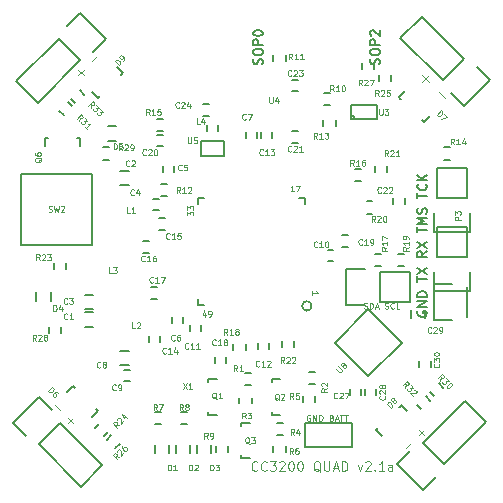
<source format=gbr>
G04 #@! TF.FileFunction,Legend,Top*
%FSLAX46Y46*%
G04 Gerber Fmt 4.6, Leading zero omitted, Abs format (unit mm)*
G04 Created by KiCad (PCBNEW (2014-12-04 BZR 5312)-product) date 8/23/2015 4:43:04 PM*
%MOMM*%
G01*
G04 APERTURE LIST*
%ADD10C,0.100000*%
%ADD11C,0.125000*%
%ADD12C,0.200000*%
%ADD13C,0.150000*%
G04 APERTURE END LIST*
D10*
D11*
X159511906Y-94802381D02*
X159583335Y-94826190D01*
X159702382Y-94826190D01*
X159750001Y-94802381D01*
X159773811Y-94778571D01*
X159797620Y-94730952D01*
X159797620Y-94683333D01*
X159773811Y-94635714D01*
X159750001Y-94611905D01*
X159702382Y-94588095D01*
X159607144Y-94564286D01*
X159559525Y-94540476D01*
X159535716Y-94516667D01*
X159511906Y-94469048D01*
X159511906Y-94421429D01*
X159535716Y-94373810D01*
X159559525Y-94350000D01*
X159607144Y-94326190D01*
X159726192Y-94326190D01*
X159797620Y-94350000D01*
X160011906Y-94826190D02*
X160011906Y-94326190D01*
X160130953Y-94326190D01*
X160202382Y-94350000D01*
X160250001Y-94397619D01*
X160273810Y-94445238D01*
X160297620Y-94540476D01*
X160297620Y-94611905D01*
X160273810Y-94707143D01*
X160250001Y-94754762D01*
X160202382Y-94802381D01*
X160130953Y-94826190D01*
X160011906Y-94826190D01*
X160488096Y-94683333D02*
X160726191Y-94683333D01*
X160440477Y-94826190D02*
X160607144Y-94326190D01*
X160773810Y-94826190D01*
X161297619Y-94802381D02*
X161369048Y-94826190D01*
X161488095Y-94826190D01*
X161535714Y-94802381D01*
X161559524Y-94778571D01*
X161583333Y-94730952D01*
X161583333Y-94683333D01*
X161559524Y-94635714D01*
X161535714Y-94611905D01*
X161488095Y-94588095D01*
X161392857Y-94564286D01*
X161345238Y-94540476D01*
X161321429Y-94516667D01*
X161297619Y-94469048D01*
X161297619Y-94421429D01*
X161321429Y-94373810D01*
X161345238Y-94350000D01*
X161392857Y-94326190D01*
X161511905Y-94326190D01*
X161583333Y-94350000D01*
X162083333Y-94778571D02*
X162059523Y-94802381D01*
X161988095Y-94826190D01*
X161940476Y-94826190D01*
X161869047Y-94802381D01*
X161821428Y-94754762D01*
X161797619Y-94707143D01*
X161773809Y-94611905D01*
X161773809Y-94540476D01*
X161797619Y-94445238D01*
X161821428Y-94397619D01*
X161869047Y-94350000D01*
X161940476Y-94326190D01*
X161988095Y-94326190D01*
X162059523Y-94350000D01*
X162083333Y-94373810D01*
X162535714Y-94826190D02*
X162297619Y-94826190D01*
X162297619Y-94326190D01*
D12*
X160823810Y-74128571D02*
X160861905Y-74014285D01*
X160861905Y-73823809D01*
X160823810Y-73747619D01*
X160785714Y-73709523D01*
X160709524Y-73671428D01*
X160633333Y-73671428D01*
X160557143Y-73709523D01*
X160519048Y-73747619D01*
X160480952Y-73823809D01*
X160442857Y-73976190D01*
X160404762Y-74052381D01*
X160366667Y-74090476D01*
X160290476Y-74128571D01*
X160214286Y-74128571D01*
X160138095Y-74090476D01*
X160100000Y-74052381D01*
X160061905Y-73976190D01*
X160061905Y-73785714D01*
X160100000Y-73671428D01*
X160061905Y-73176190D02*
X160061905Y-73023809D01*
X160100000Y-72947618D01*
X160176190Y-72871428D01*
X160328571Y-72833333D01*
X160595238Y-72833333D01*
X160747619Y-72871428D01*
X160823810Y-72947618D01*
X160861905Y-73023809D01*
X160861905Y-73176190D01*
X160823810Y-73252380D01*
X160747619Y-73328571D01*
X160595238Y-73366666D01*
X160328571Y-73366666D01*
X160176190Y-73328571D01*
X160100000Y-73252380D01*
X160061905Y-73176190D01*
X160861905Y-72490476D02*
X160061905Y-72490476D01*
X160061905Y-72185714D01*
X160100000Y-72109523D01*
X160138095Y-72071428D01*
X160214286Y-72033333D01*
X160328571Y-72033333D01*
X160404762Y-72071428D01*
X160442857Y-72109523D01*
X160480952Y-72185714D01*
X160480952Y-72490476D01*
X160138095Y-71728571D02*
X160100000Y-71690476D01*
X160061905Y-71614285D01*
X160061905Y-71423809D01*
X160100000Y-71347619D01*
X160138095Y-71309523D01*
X160214286Y-71271428D01*
X160290476Y-71271428D01*
X160404762Y-71309523D01*
X160861905Y-71766666D01*
X160861905Y-71271428D01*
D11*
X146107143Y-95167857D02*
X146107143Y-95501190D01*
X145988096Y-94977381D02*
X145869048Y-95334524D01*
X146178572Y-95334524D01*
X146392857Y-95501190D02*
X146488095Y-95501190D01*
X146535714Y-95477381D01*
X146559524Y-95453571D01*
X146607143Y-95382143D01*
X146630952Y-95286905D01*
X146630952Y-95096429D01*
X146607143Y-95048810D01*
X146583333Y-95025000D01*
X146535714Y-95001190D01*
X146440476Y-95001190D01*
X146392857Y-95025000D01*
X146369048Y-95048810D01*
X146345238Y-95096429D01*
X146345238Y-95215476D01*
X146369048Y-95263095D01*
X146392857Y-95286905D01*
X146440476Y-95310714D01*
X146535714Y-95310714D01*
X146583333Y-95286905D01*
X146607143Y-95263095D01*
X146630952Y-95215476D01*
X144576190Y-86929761D02*
X144576190Y-86620238D01*
X144766667Y-86786904D01*
X144766667Y-86715476D01*
X144790476Y-86667857D01*
X144814286Y-86644047D01*
X144861905Y-86620238D01*
X144980952Y-86620238D01*
X145028571Y-86644047D01*
X145052381Y-86667857D01*
X145076190Y-86715476D01*
X145076190Y-86858333D01*
X145052381Y-86905952D01*
X145028571Y-86929761D01*
X144576190Y-86453571D02*
X144576190Y-86144048D01*
X144766667Y-86310714D01*
X144766667Y-86239286D01*
X144790476Y-86191667D01*
X144814286Y-86167857D01*
X144861905Y-86144048D01*
X144980952Y-86144048D01*
X145028571Y-86167857D01*
X145052381Y-86191667D01*
X145076190Y-86239286D01*
X145076190Y-86382143D01*
X145052381Y-86429762D01*
X145028571Y-86453571D01*
X155148810Y-93642857D02*
X155148810Y-93357143D01*
X155148810Y-93500000D02*
X155648810Y-93500000D01*
X155577381Y-93452381D01*
X155529762Y-93404762D01*
X155505952Y-93357143D01*
X153604762Y-84901190D02*
X153319048Y-84901190D01*
X153461905Y-84901190D02*
X153461905Y-84401190D01*
X153414286Y-84472619D01*
X153366667Y-84520238D01*
X153319048Y-84544048D01*
X153771429Y-84401190D02*
X154104762Y-84401190D01*
X153890476Y-84901190D01*
X150514285Y-108485714D02*
X150476190Y-108523810D01*
X150361904Y-108561905D01*
X150285714Y-108561905D01*
X150171428Y-108523810D01*
X150095237Y-108447619D01*
X150057142Y-108371429D01*
X150019047Y-108219048D01*
X150019047Y-108104762D01*
X150057142Y-107952381D01*
X150095237Y-107876190D01*
X150171428Y-107800000D01*
X150285714Y-107761905D01*
X150361904Y-107761905D01*
X150476190Y-107800000D01*
X150514285Y-107838095D01*
X151314285Y-108485714D02*
X151276190Y-108523810D01*
X151161904Y-108561905D01*
X151085714Y-108561905D01*
X150971428Y-108523810D01*
X150895237Y-108447619D01*
X150857142Y-108371429D01*
X150819047Y-108219048D01*
X150819047Y-108104762D01*
X150857142Y-107952381D01*
X150895237Y-107876190D01*
X150971428Y-107800000D01*
X151085714Y-107761905D01*
X151161904Y-107761905D01*
X151276190Y-107800000D01*
X151314285Y-107838095D01*
X151580952Y-107761905D02*
X152076190Y-107761905D01*
X151809523Y-108066667D01*
X151923809Y-108066667D01*
X151999999Y-108104762D01*
X152038095Y-108142857D01*
X152076190Y-108219048D01*
X152076190Y-108409524D01*
X152038095Y-108485714D01*
X151999999Y-108523810D01*
X151923809Y-108561905D01*
X151695237Y-108561905D01*
X151619047Y-108523810D01*
X151580952Y-108485714D01*
X152380952Y-107838095D02*
X152419047Y-107800000D01*
X152495238Y-107761905D01*
X152685714Y-107761905D01*
X152761904Y-107800000D01*
X152800000Y-107838095D01*
X152838095Y-107914286D01*
X152838095Y-107990476D01*
X152800000Y-108104762D01*
X152342857Y-108561905D01*
X152838095Y-108561905D01*
X153333333Y-107761905D02*
X153409524Y-107761905D01*
X153485714Y-107800000D01*
X153523809Y-107838095D01*
X153561905Y-107914286D01*
X153600000Y-108066667D01*
X153600000Y-108257143D01*
X153561905Y-108409524D01*
X153523809Y-108485714D01*
X153485714Y-108523810D01*
X153409524Y-108561905D01*
X153333333Y-108561905D01*
X153257143Y-108523810D01*
X153219047Y-108485714D01*
X153180952Y-108409524D01*
X153142857Y-108257143D01*
X153142857Y-108066667D01*
X153180952Y-107914286D01*
X153219047Y-107838095D01*
X153257143Y-107800000D01*
X153333333Y-107761905D01*
X154095238Y-107761905D02*
X154171429Y-107761905D01*
X154247619Y-107800000D01*
X154285714Y-107838095D01*
X154323810Y-107914286D01*
X154361905Y-108066667D01*
X154361905Y-108257143D01*
X154323810Y-108409524D01*
X154285714Y-108485714D01*
X154247619Y-108523810D01*
X154171429Y-108561905D01*
X154095238Y-108561905D01*
X154019048Y-108523810D01*
X153980952Y-108485714D01*
X153942857Y-108409524D01*
X153904762Y-108257143D01*
X153904762Y-108066667D01*
X153942857Y-107914286D01*
X153980952Y-107838095D01*
X154019048Y-107800000D01*
X154095238Y-107761905D01*
X155847620Y-108638095D02*
X155771429Y-108600000D01*
X155695239Y-108523810D01*
X155580953Y-108409524D01*
X155504762Y-108371429D01*
X155428572Y-108371429D01*
X155466667Y-108561905D02*
X155390477Y-108523810D01*
X155314286Y-108447619D01*
X155276191Y-108295238D01*
X155276191Y-108028571D01*
X155314286Y-107876190D01*
X155390477Y-107800000D01*
X155466667Y-107761905D01*
X155619048Y-107761905D01*
X155695239Y-107800000D01*
X155771429Y-107876190D01*
X155809524Y-108028571D01*
X155809524Y-108295238D01*
X155771429Y-108447619D01*
X155695239Y-108523810D01*
X155619048Y-108561905D01*
X155466667Y-108561905D01*
X156152381Y-107761905D02*
X156152381Y-108409524D01*
X156190476Y-108485714D01*
X156228572Y-108523810D01*
X156304762Y-108561905D01*
X156457143Y-108561905D01*
X156533334Y-108523810D01*
X156571429Y-108485714D01*
X156609524Y-108409524D01*
X156609524Y-107761905D01*
X156952381Y-108333333D02*
X157333333Y-108333333D01*
X156876190Y-108561905D02*
X157142857Y-107761905D01*
X157409524Y-108561905D01*
X157676190Y-108561905D02*
X157676190Y-107761905D01*
X157866666Y-107761905D01*
X157980952Y-107800000D01*
X158057143Y-107876190D01*
X158095238Y-107952381D01*
X158133333Y-108104762D01*
X158133333Y-108219048D01*
X158095238Y-108371429D01*
X158057143Y-108447619D01*
X157980952Y-108523810D01*
X157866666Y-108561905D01*
X157676190Y-108561905D01*
X159009524Y-108028571D02*
X159200000Y-108561905D01*
X159390476Y-108028571D01*
X159657143Y-107838095D02*
X159695238Y-107800000D01*
X159771429Y-107761905D01*
X159961905Y-107761905D01*
X160038095Y-107800000D01*
X160076191Y-107838095D01*
X160114286Y-107914286D01*
X160114286Y-107990476D01*
X160076191Y-108104762D01*
X159619048Y-108561905D01*
X160114286Y-108561905D01*
X160457143Y-108485714D02*
X160495238Y-108523810D01*
X160457143Y-108561905D01*
X160419048Y-108523810D01*
X160457143Y-108485714D01*
X160457143Y-108561905D01*
X161257143Y-108561905D02*
X160800000Y-108561905D01*
X161028571Y-108561905D02*
X161028571Y-107761905D01*
X160952381Y-107876190D01*
X160876190Y-107952381D01*
X160800000Y-107990476D01*
X161942857Y-108561905D02*
X161942857Y-108142857D01*
X161904762Y-108066667D01*
X161828572Y-108028571D01*
X161676191Y-108028571D01*
X161600000Y-108066667D01*
X161942857Y-108523810D02*
X161866667Y-108561905D01*
X161676191Y-108561905D01*
X161600000Y-108523810D01*
X161561905Y-108447619D01*
X161561905Y-108371429D01*
X161600000Y-108295238D01*
X161676191Y-108257143D01*
X161866667Y-108257143D01*
X161942857Y-108219048D01*
D12*
X150923810Y-74128571D02*
X150961905Y-74014285D01*
X150961905Y-73823809D01*
X150923810Y-73747619D01*
X150885714Y-73709523D01*
X150809524Y-73671428D01*
X150733333Y-73671428D01*
X150657143Y-73709523D01*
X150619048Y-73747619D01*
X150580952Y-73823809D01*
X150542857Y-73976190D01*
X150504762Y-74052381D01*
X150466667Y-74090476D01*
X150390476Y-74128571D01*
X150314286Y-74128571D01*
X150238095Y-74090476D01*
X150200000Y-74052381D01*
X150161905Y-73976190D01*
X150161905Y-73785714D01*
X150200000Y-73671428D01*
X150161905Y-73176190D02*
X150161905Y-73023809D01*
X150200000Y-72947618D01*
X150276190Y-72871428D01*
X150428571Y-72833333D01*
X150695238Y-72833333D01*
X150847619Y-72871428D01*
X150923810Y-72947618D01*
X150961905Y-73023809D01*
X150961905Y-73176190D01*
X150923810Y-73252380D01*
X150847619Y-73328571D01*
X150695238Y-73366666D01*
X150428571Y-73366666D01*
X150276190Y-73328571D01*
X150200000Y-73252380D01*
X150161905Y-73176190D01*
X150961905Y-72490476D02*
X150161905Y-72490476D01*
X150161905Y-72185714D01*
X150200000Y-72109523D01*
X150238095Y-72071428D01*
X150314286Y-72033333D01*
X150428571Y-72033333D01*
X150504762Y-72071428D01*
X150542857Y-72109523D01*
X150580952Y-72185714D01*
X150580952Y-72490476D01*
X150161905Y-71538095D02*
X150161905Y-71461904D01*
X150200000Y-71385714D01*
X150238095Y-71347619D01*
X150314286Y-71309523D01*
X150466667Y-71271428D01*
X150657143Y-71271428D01*
X150809524Y-71309523D01*
X150885714Y-71347619D01*
X150923810Y-71385714D01*
X150961905Y-71461904D01*
X150961905Y-71538095D01*
X150923810Y-71614285D01*
X150885714Y-71652381D01*
X150809524Y-71690476D01*
X150657143Y-71728571D01*
X150466667Y-71728571D01*
X150314286Y-71690476D01*
X150238095Y-71652381D01*
X150200000Y-71614285D01*
X150161905Y-71538095D01*
X164100000Y-95042858D02*
X164061905Y-95119049D01*
X164061905Y-95233334D01*
X164100000Y-95347620D01*
X164176190Y-95423811D01*
X164252381Y-95461906D01*
X164404762Y-95500001D01*
X164519048Y-95500001D01*
X164671429Y-95461906D01*
X164747619Y-95423811D01*
X164823810Y-95347620D01*
X164861905Y-95233334D01*
X164861905Y-95157144D01*
X164823810Y-95042858D01*
X164785714Y-95004763D01*
X164519048Y-95004763D01*
X164519048Y-95157144D01*
X164861905Y-94661906D02*
X164061905Y-94661906D01*
X164861905Y-94204763D01*
X164061905Y-94204763D01*
X164861905Y-93823811D02*
X164061905Y-93823811D01*
X164061905Y-93633335D01*
X164100000Y-93519049D01*
X164176190Y-93442858D01*
X164252381Y-93404763D01*
X164404762Y-93366668D01*
X164519048Y-93366668D01*
X164671429Y-93404763D01*
X164747619Y-93442858D01*
X164823810Y-93519049D01*
X164861905Y-93633335D01*
X164861905Y-93823811D01*
X164061905Y-92528573D02*
X164061905Y-92071430D01*
X164861905Y-92300001D02*
X164061905Y-92300001D01*
X164061905Y-91880953D02*
X164861905Y-91347620D01*
X164061905Y-91347620D02*
X164861905Y-91880953D01*
X164861905Y-89976191D02*
X164480952Y-90242858D01*
X164861905Y-90433334D02*
X164061905Y-90433334D01*
X164061905Y-90128572D01*
X164100000Y-90052381D01*
X164138095Y-90014286D01*
X164214286Y-89976191D01*
X164328571Y-89976191D01*
X164404762Y-90014286D01*
X164442857Y-90052381D01*
X164480952Y-90128572D01*
X164480952Y-90433334D01*
X164061905Y-89709524D02*
X164861905Y-89176191D01*
X164061905Y-89176191D02*
X164861905Y-89709524D01*
X164061905Y-88376191D02*
X164061905Y-87919048D01*
X164861905Y-88147619D02*
X164061905Y-88147619D01*
X164861905Y-87652381D02*
X164061905Y-87652381D01*
X164633333Y-87385714D01*
X164061905Y-87119047D01*
X164861905Y-87119047D01*
X164823810Y-86776190D02*
X164861905Y-86661904D01*
X164861905Y-86471428D01*
X164823810Y-86395238D01*
X164785714Y-86357142D01*
X164709524Y-86319047D01*
X164633333Y-86319047D01*
X164557143Y-86357142D01*
X164519048Y-86395238D01*
X164480952Y-86471428D01*
X164442857Y-86623809D01*
X164404762Y-86700000D01*
X164366667Y-86738095D01*
X164290476Y-86776190D01*
X164214286Y-86776190D01*
X164138095Y-86738095D01*
X164100000Y-86700000D01*
X164061905Y-86623809D01*
X164061905Y-86433333D01*
X164100000Y-86319047D01*
X164061905Y-85480952D02*
X164061905Y-85023809D01*
X164861905Y-85252380D02*
X164061905Y-85252380D01*
X164785714Y-84299999D02*
X164823810Y-84338094D01*
X164861905Y-84452380D01*
X164861905Y-84528570D01*
X164823810Y-84642856D01*
X164747619Y-84719047D01*
X164671429Y-84757142D01*
X164519048Y-84795237D01*
X164404762Y-84795237D01*
X164252381Y-84757142D01*
X164176190Y-84719047D01*
X164100000Y-84642856D01*
X164061905Y-84528570D01*
X164061905Y-84452380D01*
X164100000Y-84338094D01*
X164138095Y-84299999D01*
X164861905Y-83957142D02*
X164061905Y-83957142D01*
X164861905Y-83499999D02*
X164404762Y-83842856D01*
X164061905Y-83499999D02*
X164519048Y-83957142D01*
D11*
X164473012Y-75074027D02*
X165011760Y-75612776D01*
X164473012Y-75612776D02*
X165011760Y-75074027D01*
X165887225Y-76488241D02*
X166425973Y-77026989D01*
X135359222Y-75021591D02*
X135790220Y-74590592D01*
X135790220Y-75021591D02*
X135359222Y-74590592D01*
X136490592Y-73890220D02*
X136921591Y-73459222D01*
X134921591Y-104540778D02*
X134490592Y-104109780D01*
X134921591Y-104109780D02*
X134490592Y-104540778D01*
X133790220Y-103409408D02*
X133359222Y-102978409D01*
X164640778Y-105078409D02*
X164209780Y-105509408D01*
X164209780Y-105078409D02*
X164640778Y-105509408D01*
X163509408Y-106209780D02*
X163078409Y-106640778D01*
X154983334Y-103850000D02*
X154935715Y-103826190D01*
X154864287Y-103826190D01*
X154792858Y-103850000D01*
X154745239Y-103897619D01*
X154721430Y-103945238D01*
X154697620Y-104040476D01*
X154697620Y-104111905D01*
X154721430Y-104207143D01*
X154745239Y-104254762D01*
X154792858Y-104302381D01*
X154864287Y-104326190D01*
X154911906Y-104326190D01*
X154983334Y-104302381D01*
X155007144Y-104278571D01*
X155007144Y-104111905D01*
X154911906Y-104111905D01*
X155221430Y-104326190D02*
X155221430Y-103826190D01*
X155507144Y-104326190D01*
X155507144Y-103826190D01*
X155745240Y-104326190D02*
X155745240Y-103826190D01*
X155864287Y-103826190D01*
X155935716Y-103850000D01*
X155983335Y-103897619D01*
X156007144Y-103945238D01*
X156030954Y-104040476D01*
X156030954Y-104111905D01*
X156007144Y-104207143D01*
X155983335Y-104254762D01*
X155935716Y-104302381D01*
X155864287Y-104326190D01*
X155745240Y-104326190D01*
X156792858Y-104064286D02*
X156864287Y-104088095D01*
X156888096Y-104111905D01*
X156911906Y-104159524D01*
X156911906Y-104230952D01*
X156888096Y-104278571D01*
X156864287Y-104302381D01*
X156816668Y-104326190D01*
X156626192Y-104326190D01*
X156626192Y-103826190D01*
X156792858Y-103826190D01*
X156840477Y-103850000D01*
X156864287Y-103873810D01*
X156888096Y-103921429D01*
X156888096Y-103969048D01*
X156864287Y-104016667D01*
X156840477Y-104040476D01*
X156792858Y-104064286D01*
X156626192Y-104064286D01*
X157102382Y-104183333D02*
X157340477Y-104183333D01*
X157054763Y-104326190D02*
X157221430Y-103826190D01*
X157388096Y-104326190D01*
X157483334Y-103826190D02*
X157769048Y-103826190D01*
X157626191Y-104326190D02*
X157626191Y-103826190D01*
X157864286Y-103826190D02*
X158150000Y-103826190D01*
X158007143Y-104326190D02*
X158007143Y-103826190D01*
D13*
X162558856Y-103121566D02*
X162524731Y-103155691D01*
X161075388Y-105596454D02*
X160579678Y-105100744D01*
X160579678Y-105100744D02*
X160755691Y-104924731D01*
X162558856Y-103121566D02*
X162700744Y-102979678D01*
X162700744Y-102979678D02*
X163196454Y-103475388D01*
X136600000Y-96350000D02*
X135900000Y-96350000D01*
X135900000Y-95150000D02*
X136600000Y-95150000D01*
X139600000Y-84350000D02*
X138900000Y-84350000D01*
X138900000Y-83150000D02*
X139600000Y-83150000D01*
X136600000Y-94850000D02*
X135900000Y-94850000D01*
X135900000Y-93650000D02*
X136600000Y-93650000D01*
X141650000Y-86475000D02*
X142150000Y-86475000D01*
X142150000Y-85525000D02*
X141650000Y-85525000D01*
X142525000Y-82750000D02*
X142525000Y-83250000D01*
X143475000Y-83250000D02*
X143475000Y-82750000D01*
X144225000Y-96000000D02*
X144225000Y-95500000D01*
X143275000Y-95500000D02*
X143275000Y-96000000D01*
X149525000Y-79850000D02*
X149525000Y-80350000D01*
X150475000Y-80350000D02*
X150475000Y-79850000D01*
X138900000Y-98400000D02*
X139600000Y-98400000D01*
X139600000Y-99600000D02*
X138900000Y-99600000D01*
X139250000Y-100975000D02*
X139750000Y-100975000D01*
X139750000Y-100025000D02*
X139250000Y-100025000D01*
X156950000Y-89825000D02*
X156450000Y-89825000D01*
X156450000Y-90775000D02*
X156950000Y-90775000D01*
X145725000Y-96750000D02*
X145725000Y-96250000D01*
X144775000Y-96250000D02*
X144775000Y-96750000D01*
X151475000Y-98250000D02*
X151475000Y-97750000D01*
X150525000Y-97750000D02*
X150525000Y-98250000D01*
X150825000Y-79850000D02*
X150825000Y-80350000D01*
X151775000Y-80350000D02*
X151775000Y-79850000D01*
X141325000Y-97150000D02*
X141325000Y-97650000D01*
X142275000Y-97650000D02*
X142275000Y-97150000D01*
X142200000Y-88125000D02*
X142700000Y-88125000D01*
X142700000Y-87175000D02*
X142200000Y-87175000D01*
X140850000Y-90075000D02*
X141350000Y-90075000D01*
X141350000Y-89125000D02*
X140850000Y-89125000D01*
X141500000Y-93975000D02*
X142000000Y-93975000D01*
X142000000Y-93025000D02*
X141500000Y-93025000D01*
X147875000Y-99450000D02*
X147875000Y-98950000D01*
X146925000Y-98950000D02*
X146925000Y-99450000D01*
X158150000Y-88625000D02*
X157650000Y-88625000D01*
X157650000Y-89575000D02*
X158150000Y-89575000D01*
X142050000Y-81075000D02*
X142550000Y-81075000D01*
X142550000Y-80125000D02*
X142050000Y-80125000D01*
X153450000Y-80775000D02*
X153950000Y-80775000D01*
X153950000Y-79825000D02*
X153450000Y-79825000D01*
X162025000Y-85500000D02*
X162025000Y-86000000D01*
X162975000Y-86000000D02*
X162975000Y-85500000D01*
X153950000Y-75425000D02*
X153450000Y-75425000D01*
X153450000Y-76375000D02*
X153950000Y-76375000D01*
X145924600Y-78475000D02*
X146424600Y-78475000D01*
X146424600Y-77525000D02*
X145924600Y-77525000D01*
X141800000Y-107050000D02*
X141800000Y-106350000D01*
X143000000Y-106350000D02*
X143000000Y-107050000D01*
X143600000Y-107050000D02*
X143600000Y-106350000D01*
X144800000Y-106350000D02*
X144800000Y-107050000D01*
X145400000Y-107050000D02*
X145400000Y-106350000D01*
X146600000Y-106350000D02*
X146600000Y-107050000D01*
X131800000Y-94150000D02*
X131800000Y-93450000D01*
X133000000Y-93450000D02*
X133000000Y-94150000D01*
X138550000Y-80600000D02*
X137850000Y-80600000D01*
X137850000Y-79400000D02*
X138550000Y-79400000D01*
X136878434Y-103358856D02*
X136844309Y-103324731D01*
X134403546Y-101875388D02*
X134899256Y-101379678D01*
X134899256Y-101379678D02*
X135075269Y-101555691D01*
X136878434Y-103358856D02*
X137020322Y-103500744D01*
X137020322Y-103500744D02*
X136524612Y-103996454D01*
X162621566Y-77041144D02*
X162655691Y-77075269D01*
X165096454Y-78524612D02*
X164600744Y-79020322D01*
X164600744Y-79020322D02*
X164424731Y-78844309D01*
X162621566Y-77041144D02*
X162479678Y-76899256D01*
X162479678Y-76899256D02*
X162975388Y-76403546D01*
X137141144Y-76878434D02*
X137175269Y-76844309D01*
X138624612Y-74403546D02*
X139120322Y-74899256D01*
X139120322Y-74899256D02*
X138944309Y-75075269D01*
X137141144Y-76878434D02*
X136999256Y-77020322D01*
X136999256Y-77020322D02*
X136503546Y-76524612D01*
X146243000Y-79250000D02*
X146243000Y-79750000D01*
X147193000Y-79750000D02*
X147193000Y-79250000D01*
X165730000Y-90480000D02*
X165730000Y-87940000D01*
X165450000Y-93300000D02*
X165450000Y-91750000D01*
X165730000Y-90480000D02*
X168270000Y-90480000D01*
X168550000Y-91750000D02*
X168550000Y-93300000D01*
X168550000Y-93300000D02*
X165450000Y-93300000D01*
X168270000Y-90480000D02*
X168270000Y-87940000D01*
X168270000Y-87940000D02*
X165730000Y-87940000D01*
X146349760Y-101000840D02*
X146349760Y-101049100D01*
X147050800Y-103799820D02*
X146349760Y-103799820D01*
X146349760Y-103799820D02*
X146349760Y-103550900D01*
X146349760Y-101000840D02*
X146349760Y-100800180D01*
X146349760Y-100800180D02*
X147050800Y-100800180D01*
X151749760Y-101000840D02*
X151749760Y-101049100D01*
X152450800Y-103799820D02*
X151749760Y-103799820D01*
X151749760Y-103799820D02*
X151749760Y-103550900D01*
X151749760Y-101000840D02*
X151749760Y-100800180D01*
X151749760Y-100800180D02*
X152450800Y-100800180D01*
X149149760Y-104700840D02*
X149149760Y-104749100D01*
X149850800Y-107499820D02*
X149149760Y-107499820D01*
X149149760Y-107499820D02*
X149149760Y-107250900D01*
X149149760Y-104700840D02*
X149149760Y-104500180D01*
X149149760Y-104500180D02*
X149850800Y-104500180D01*
X135299160Y-80349760D02*
X135250900Y-80349760D01*
X132500180Y-81050800D02*
X132500180Y-80349760D01*
X132500180Y-80349760D02*
X132749100Y-80349760D01*
X135299160Y-80349760D02*
X135499820Y-80349760D01*
X135499820Y-80349760D02*
X135499820Y-81050800D01*
X149950000Y-100275000D02*
X149450000Y-100275000D01*
X149450000Y-101325000D02*
X149950000Y-101325000D01*
X155350000Y-100175000D02*
X154850000Y-100175000D01*
X154850000Y-101225000D02*
X155350000Y-101225000D01*
X148975000Y-102350000D02*
X148975000Y-102850000D01*
X150025000Y-102850000D02*
X150025000Y-102350000D01*
X152650000Y-104475000D02*
X152150000Y-104475000D01*
X152150000Y-105525000D02*
X152650000Y-105525000D01*
X154375000Y-102250000D02*
X154375000Y-102750000D01*
X155425000Y-102750000D02*
X155425000Y-102250000D01*
X151875000Y-106450000D02*
X151875000Y-106950000D01*
X152925000Y-106950000D02*
X152925000Y-106450000D01*
X142350000Y-103575000D02*
X141850000Y-103575000D01*
X141850000Y-104625000D02*
X142350000Y-104625000D01*
X144550000Y-103575000D02*
X144050000Y-103575000D01*
X144050000Y-104625000D02*
X144550000Y-104625000D01*
X148025000Y-106950000D02*
X148025000Y-106450000D01*
X146975000Y-106450000D02*
X146975000Y-106950000D01*
X156150000Y-77625000D02*
X156650000Y-77625000D01*
X156650000Y-76575000D02*
X156150000Y-76575000D01*
X151875000Y-73350000D02*
X151875000Y-73850000D01*
X152925000Y-73850000D02*
X152925000Y-73350000D01*
X142350000Y-85325000D02*
X142850000Y-85325000D01*
X142850000Y-84275000D02*
X142350000Y-84275000D01*
X157125000Y-79350000D02*
X157125000Y-78850000D01*
X156075000Y-78850000D02*
X156075000Y-79350000D01*
X166850000Y-81175000D02*
X166350000Y-81175000D01*
X166350000Y-82225000D02*
X166850000Y-82225000D01*
X142550000Y-78775000D02*
X142050000Y-78775000D01*
X142050000Y-79825000D02*
X142550000Y-79825000D01*
X158750000Y-84025000D02*
X159250000Y-84025000D01*
X159250000Y-82975000D02*
X158750000Y-82975000D01*
X160450000Y-91225000D02*
X160950000Y-91225000D01*
X160950000Y-90175000D02*
X160450000Y-90175000D01*
X148475000Y-97850000D02*
X148475000Y-98350000D01*
X149525000Y-98350000D02*
X149525000Y-97850000D01*
X162950000Y-90175000D02*
X162450000Y-90175000D01*
X162450000Y-91225000D02*
X162950000Y-91225000D01*
X159750000Y-86775000D02*
X160250000Y-86775000D01*
X160250000Y-85725000D02*
X159750000Y-85725000D01*
X161525000Y-83250000D02*
X161525000Y-82750000D01*
X160475000Y-82750000D02*
X160475000Y-83250000D01*
X152575000Y-97550000D02*
X152575000Y-98050000D01*
X153625000Y-98050000D02*
X153625000Y-97550000D01*
X134325000Y-91450000D02*
X134325000Y-90950000D01*
X133275000Y-90950000D02*
X133275000Y-91450000D01*
X137105546Y-104551992D02*
X136751992Y-104905546D01*
X137494454Y-105648008D02*
X137848008Y-105294454D01*
X161825000Y-75550000D02*
X161825000Y-75050000D01*
X160775000Y-75050000D02*
X160775000Y-75550000D01*
X138494454Y-106648008D02*
X138848008Y-106294454D01*
X138105546Y-105551992D02*
X137751992Y-105905546D01*
X160425000Y-74550000D02*
X160425000Y-74050000D01*
X159375000Y-74050000D02*
X159375000Y-74550000D01*
X132875000Y-96350000D02*
X132875000Y-96850000D01*
X133925000Y-96850000D02*
X133925000Y-96350000D01*
X137450000Y-82225000D02*
X137950000Y-82225000D01*
X137950000Y-81175000D02*
X137450000Y-81175000D01*
X165151992Y-101894454D02*
X165505546Y-102248008D01*
X166248008Y-101505546D02*
X165894454Y-101151992D01*
X134848008Y-77705546D02*
X134494454Y-77351992D01*
X133751992Y-78094454D02*
X134105546Y-78448008D01*
X165148008Y-102605546D02*
X164794454Y-102251992D01*
X164051992Y-102994454D02*
X164405546Y-103348008D01*
X134751992Y-77094454D02*
X135105546Y-77448008D01*
X135848008Y-76705546D02*
X135494454Y-76351992D01*
X146000000Y-94500000D02*
X145500000Y-94500000D01*
X145500000Y-94500000D02*
X145500000Y-94000000D01*
X145500000Y-86000000D02*
X145500000Y-85500000D01*
X145500000Y-85500000D02*
X146000000Y-85500000D01*
X154500000Y-86000000D02*
X154500000Y-85500000D01*
X154500000Y-85500000D02*
X154000000Y-85500000D01*
X155100000Y-94600000D02*
G75*
G03X155100000Y-94600000I-400000J0D01*
G01*
X132000000Y-106296051D02*
X135592102Y-109888154D01*
X135592102Y-109888154D02*
X137388154Y-108092102D01*
X137388154Y-108092102D02*
X133796051Y-104500000D01*
X132000000Y-102307969D02*
X133096016Y-103403984D01*
X133796051Y-104500000D02*
X132000000Y-106296051D01*
X130903984Y-105596016D02*
X129807969Y-104500000D01*
X129807969Y-104500000D02*
X132000000Y-102307969D01*
X168000000Y-73703949D02*
X164407898Y-70111846D01*
X164407898Y-70111846D02*
X162611846Y-71907898D01*
X162611846Y-71907898D02*
X166203949Y-75500000D01*
X168000000Y-77692031D02*
X166903984Y-76596016D01*
X166203949Y-75500000D02*
X168000000Y-73703949D01*
X169096016Y-74403984D02*
X170192031Y-75500000D01*
X170192031Y-75500000D02*
X168000000Y-77692031D01*
X166296051Y-108000000D02*
X169888154Y-104407898D01*
X169888154Y-104407898D02*
X168092102Y-102611846D01*
X168092102Y-102611846D02*
X164500000Y-106203949D01*
X162307969Y-108000000D02*
X163403984Y-106903984D01*
X164500000Y-106203949D02*
X166296051Y-108000000D01*
X165596016Y-109096016D02*
X164500000Y-110192031D01*
X164500000Y-110192031D02*
X162307969Y-108000000D01*
X133703949Y-72000000D02*
X130111846Y-75592102D01*
X130111846Y-75592102D02*
X131907898Y-77388154D01*
X131907898Y-77388154D02*
X135500000Y-73796051D01*
X137692031Y-72000000D02*
X136596016Y-73096016D01*
X135500000Y-73796051D02*
X133703949Y-72000000D01*
X134403984Y-70903984D02*
X135500000Y-69807969D01*
X135500000Y-69807969D02*
X137692031Y-72000000D01*
X165730000Y-85480000D02*
X165730000Y-82940000D01*
X165450000Y-88300000D02*
X165450000Y-86750000D01*
X165730000Y-85480000D02*
X168270000Y-85480000D01*
X168550000Y-86750000D02*
X168550000Y-88300000D01*
X168550000Y-88300000D02*
X165450000Y-88300000D01*
X168270000Y-85480000D02*
X168270000Y-82940000D01*
X168270000Y-82940000D02*
X165730000Y-82940000D01*
X165450000Y-92700000D02*
X167000000Y-92700000D01*
X167000000Y-95800000D02*
X165450000Y-95800000D01*
X165450000Y-95800000D02*
X165450000Y-92700000D01*
X168270000Y-95520000D02*
X168270000Y-92980000D01*
X145718000Y-80625000D02*
X147718000Y-80625000D01*
X147718000Y-80625000D02*
X147718000Y-81875000D01*
X147718000Y-81875000D02*
X145718000Y-81875000D01*
X145718000Y-81875000D02*
X145718000Y-80625000D01*
X154500000Y-104500000D02*
X154500000Y-106500000D01*
X154500000Y-106500000D02*
X158500000Y-106500000D01*
X158500000Y-106500000D02*
X158500000Y-104500000D01*
X158500000Y-104500000D02*
X154500000Y-104500000D01*
X136500000Y-89400000D02*
X130500000Y-89400000D01*
X130500000Y-89400000D02*
X130500000Y-83400000D01*
X130500000Y-83400000D02*
X136500000Y-83400000D01*
X136500000Y-83400000D02*
X136500000Y-89400000D01*
X158400000Y-78500000D02*
X158700000Y-78500000D01*
X158700000Y-78500000D02*
X158700000Y-78800000D01*
X160600000Y-77600000D02*
X158400000Y-77600000D01*
X158400000Y-77600000D02*
X158400000Y-78800000D01*
X158400000Y-78800000D02*
X160600000Y-78800000D01*
X160600000Y-78800000D02*
X160600000Y-77600000D01*
X159275000Y-102150000D02*
X159275000Y-101650000D01*
X158325000Y-101650000D02*
X158325000Y-102150000D01*
X160575000Y-102150000D02*
X160575000Y-101650000D01*
X159625000Y-101650000D02*
X159625000Y-102150000D01*
X165175000Y-99800000D02*
X165175000Y-99300000D01*
X164225000Y-99300000D02*
X164225000Y-99800000D01*
X160870000Y-91730000D02*
X163410000Y-91730000D01*
X158050000Y-91450000D02*
X159600000Y-91450000D01*
X160870000Y-91730000D02*
X160870000Y-94270000D01*
X159600000Y-94550000D02*
X158050000Y-94550000D01*
X158050000Y-94550000D02*
X158050000Y-91450000D01*
X160870000Y-94270000D02*
X163410000Y-94270000D01*
X163410000Y-94270000D02*
X163410000Y-91730000D01*
X157071573Y-97700000D02*
X159900000Y-94871573D01*
X159900000Y-94871573D02*
X162728427Y-97700000D01*
X162728427Y-97700000D02*
X159900000Y-100528427D01*
X159900000Y-100528427D02*
X157071573Y-97700000D01*
X163500000Y-95600000D02*
X163500000Y-94900000D01*
X164700000Y-94900000D02*
X164700000Y-95600000D01*
D11*
X161798985Y-103220896D02*
X161445431Y-102867343D01*
X161529610Y-102783164D01*
X161596955Y-102749492D01*
X161664298Y-102749492D01*
X161714805Y-102766328D01*
X161798985Y-102816836D01*
X161849493Y-102867343D01*
X161900000Y-102951523D01*
X161916836Y-103002030D01*
X161916836Y-103069374D01*
X161883164Y-103136717D01*
X161798985Y-103220896D01*
X162001015Y-102614805D02*
X161950508Y-102631641D01*
X161916836Y-102631641D01*
X161866328Y-102614805D01*
X161849493Y-102597970D01*
X161832657Y-102547462D01*
X161832657Y-102513790D01*
X161849492Y-102463282D01*
X161916836Y-102395939D01*
X161967343Y-102379103D01*
X162001016Y-102379103D01*
X162051523Y-102395939D01*
X162068359Y-102412775D01*
X162085195Y-102463282D01*
X162085195Y-102496955D01*
X162068359Y-102547462D01*
X162001015Y-102614805D01*
X161984180Y-102665313D01*
X161984180Y-102698984D01*
X162001015Y-102749492D01*
X162068359Y-102816836D01*
X162118867Y-102833671D01*
X162152538Y-102833672D01*
X162203045Y-102816836D01*
X162270389Y-102749492D01*
X162287225Y-102698985D01*
X162287225Y-102665312D01*
X162270389Y-102614805D01*
X162203045Y-102547462D01*
X162152538Y-102530626D01*
X162118867Y-102530626D01*
X162068359Y-102547462D01*
X134416667Y-95678571D02*
X134392857Y-95702381D01*
X134321429Y-95726190D01*
X134273810Y-95726190D01*
X134202381Y-95702381D01*
X134154762Y-95654762D01*
X134130953Y-95607143D01*
X134107143Y-95511905D01*
X134107143Y-95440476D01*
X134130953Y-95345238D01*
X134154762Y-95297619D01*
X134202381Y-95250000D01*
X134273810Y-95226190D01*
X134321429Y-95226190D01*
X134392857Y-95250000D01*
X134416667Y-95273810D01*
X134892857Y-95726190D02*
X134607143Y-95726190D01*
X134750000Y-95726190D02*
X134750000Y-95226190D01*
X134702381Y-95297619D01*
X134654762Y-95345238D01*
X134607143Y-95369048D01*
X139666667Y-82728571D02*
X139642857Y-82752381D01*
X139571429Y-82776190D01*
X139523810Y-82776190D01*
X139452381Y-82752381D01*
X139404762Y-82704762D01*
X139380953Y-82657143D01*
X139357143Y-82561905D01*
X139357143Y-82490476D01*
X139380953Y-82395238D01*
X139404762Y-82347619D01*
X139452381Y-82300000D01*
X139523810Y-82276190D01*
X139571429Y-82276190D01*
X139642857Y-82300000D01*
X139666667Y-82323810D01*
X139857143Y-82323810D02*
X139880953Y-82300000D01*
X139928572Y-82276190D01*
X140047619Y-82276190D01*
X140095238Y-82300000D01*
X140119048Y-82323810D01*
X140142857Y-82371429D01*
X140142857Y-82419048D01*
X140119048Y-82490476D01*
X139833334Y-82776190D01*
X140142857Y-82776190D01*
X134416667Y-94378571D02*
X134392857Y-94402381D01*
X134321429Y-94426190D01*
X134273810Y-94426190D01*
X134202381Y-94402381D01*
X134154762Y-94354762D01*
X134130953Y-94307143D01*
X134107143Y-94211905D01*
X134107143Y-94140476D01*
X134130953Y-94045238D01*
X134154762Y-93997619D01*
X134202381Y-93950000D01*
X134273810Y-93926190D01*
X134321429Y-93926190D01*
X134392857Y-93950000D01*
X134416667Y-93973810D01*
X134583334Y-93926190D02*
X134892857Y-93926190D01*
X134726191Y-94116667D01*
X134797619Y-94116667D01*
X134845238Y-94140476D01*
X134869048Y-94164286D01*
X134892857Y-94211905D01*
X134892857Y-94330952D01*
X134869048Y-94378571D01*
X134845238Y-94402381D01*
X134797619Y-94426190D01*
X134654762Y-94426190D01*
X134607143Y-94402381D01*
X134583334Y-94378571D01*
X140066667Y-85178571D02*
X140042857Y-85202381D01*
X139971429Y-85226190D01*
X139923810Y-85226190D01*
X139852381Y-85202381D01*
X139804762Y-85154762D01*
X139780953Y-85107143D01*
X139757143Y-85011905D01*
X139757143Y-84940476D01*
X139780953Y-84845238D01*
X139804762Y-84797619D01*
X139852381Y-84750000D01*
X139923810Y-84726190D01*
X139971429Y-84726190D01*
X140042857Y-84750000D01*
X140066667Y-84773810D01*
X140495238Y-84892857D02*
X140495238Y-85226190D01*
X140376191Y-84702381D02*
X140257143Y-85059524D01*
X140566667Y-85059524D01*
X144116667Y-83078571D02*
X144092857Y-83102381D01*
X144021429Y-83126190D01*
X143973810Y-83126190D01*
X143902381Y-83102381D01*
X143854762Y-83054762D01*
X143830953Y-83007143D01*
X143807143Y-82911905D01*
X143807143Y-82840476D01*
X143830953Y-82745238D01*
X143854762Y-82697619D01*
X143902381Y-82650000D01*
X143973810Y-82626190D01*
X144021429Y-82626190D01*
X144092857Y-82650000D01*
X144116667Y-82673810D01*
X144569048Y-82626190D02*
X144330953Y-82626190D01*
X144307143Y-82864286D01*
X144330953Y-82840476D01*
X144378572Y-82816667D01*
X144497619Y-82816667D01*
X144545238Y-82840476D01*
X144569048Y-82864286D01*
X144592857Y-82911905D01*
X144592857Y-83030952D01*
X144569048Y-83078571D01*
X144545238Y-83102381D01*
X144497619Y-83126190D01*
X144378572Y-83126190D01*
X144330953Y-83102381D01*
X144307143Y-83078571D01*
X143516667Y-97478571D02*
X143492857Y-97502381D01*
X143421429Y-97526190D01*
X143373810Y-97526190D01*
X143302381Y-97502381D01*
X143254762Y-97454762D01*
X143230953Y-97407143D01*
X143207143Y-97311905D01*
X143207143Y-97240476D01*
X143230953Y-97145238D01*
X143254762Y-97097619D01*
X143302381Y-97050000D01*
X143373810Y-97026190D01*
X143421429Y-97026190D01*
X143492857Y-97050000D01*
X143516667Y-97073810D01*
X143945238Y-97026190D02*
X143850000Y-97026190D01*
X143802381Y-97050000D01*
X143778572Y-97073810D01*
X143730953Y-97145238D01*
X143707143Y-97240476D01*
X143707143Y-97430952D01*
X143730953Y-97478571D01*
X143754762Y-97502381D01*
X143802381Y-97526190D01*
X143897619Y-97526190D01*
X143945238Y-97502381D01*
X143969048Y-97478571D01*
X143992857Y-97430952D01*
X143992857Y-97311905D01*
X143969048Y-97264286D01*
X143945238Y-97240476D01*
X143897619Y-97216667D01*
X143802381Y-97216667D01*
X143754762Y-97240476D01*
X143730953Y-97264286D01*
X143707143Y-97311905D01*
X149516667Y-78778571D02*
X149492857Y-78802381D01*
X149421429Y-78826190D01*
X149373810Y-78826190D01*
X149302381Y-78802381D01*
X149254762Y-78754762D01*
X149230953Y-78707143D01*
X149207143Y-78611905D01*
X149207143Y-78540476D01*
X149230953Y-78445238D01*
X149254762Y-78397619D01*
X149302381Y-78350000D01*
X149373810Y-78326190D01*
X149421429Y-78326190D01*
X149492857Y-78350000D01*
X149516667Y-78373810D01*
X149683334Y-78326190D02*
X150016667Y-78326190D01*
X149802381Y-78826190D01*
X137216667Y-99778571D02*
X137192857Y-99802381D01*
X137121429Y-99826190D01*
X137073810Y-99826190D01*
X137002381Y-99802381D01*
X136954762Y-99754762D01*
X136930953Y-99707143D01*
X136907143Y-99611905D01*
X136907143Y-99540476D01*
X136930953Y-99445238D01*
X136954762Y-99397619D01*
X137002381Y-99350000D01*
X137073810Y-99326190D01*
X137121429Y-99326190D01*
X137192857Y-99350000D01*
X137216667Y-99373810D01*
X137502381Y-99540476D02*
X137454762Y-99516667D01*
X137430953Y-99492857D01*
X137407143Y-99445238D01*
X137407143Y-99421429D01*
X137430953Y-99373810D01*
X137454762Y-99350000D01*
X137502381Y-99326190D01*
X137597619Y-99326190D01*
X137645238Y-99350000D01*
X137669048Y-99373810D01*
X137692857Y-99421429D01*
X137692857Y-99445238D01*
X137669048Y-99492857D01*
X137645238Y-99516667D01*
X137597619Y-99540476D01*
X137502381Y-99540476D01*
X137454762Y-99564286D01*
X137430953Y-99588095D01*
X137407143Y-99635714D01*
X137407143Y-99730952D01*
X137430953Y-99778571D01*
X137454762Y-99802381D01*
X137502381Y-99826190D01*
X137597619Y-99826190D01*
X137645238Y-99802381D01*
X137669048Y-99778571D01*
X137692857Y-99730952D01*
X137692857Y-99635714D01*
X137669048Y-99588095D01*
X137645238Y-99564286D01*
X137597619Y-99540476D01*
X138516667Y-101678571D02*
X138492857Y-101702381D01*
X138421429Y-101726190D01*
X138373810Y-101726190D01*
X138302381Y-101702381D01*
X138254762Y-101654762D01*
X138230953Y-101607143D01*
X138207143Y-101511905D01*
X138207143Y-101440476D01*
X138230953Y-101345238D01*
X138254762Y-101297619D01*
X138302381Y-101250000D01*
X138373810Y-101226190D01*
X138421429Y-101226190D01*
X138492857Y-101250000D01*
X138516667Y-101273810D01*
X138754762Y-101726190D02*
X138850000Y-101726190D01*
X138897619Y-101702381D01*
X138921429Y-101678571D01*
X138969048Y-101607143D01*
X138992857Y-101511905D01*
X138992857Y-101321429D01*
X138969048Y-101273810D01*
X138945238Y-101250000D01*
X138897619Y-101226190D01*
X138802381Y-101226190D01*
X138754762Y-101250000D01*
X138730953Y-101273810D01*
X138707143Y-101321429D01*
X138707143Y-101440476D01*
X138730953Y-101488095D01*
X138754762Y-101511905D01*
X138802381Y-101535714D01*
X138897619Y-101535714D01*
X138945238Y-101511905D01*
X138969048Y-101488095D01*
X138992857Y-101440476D01*
X155578572Y-89578571D02*
X155554762Y-89602381D01*
X155483334Y-89626190D01*
X155435715Y-89626190D01*
X155364286Y-89602381D01*
X155316667Y-89554762D01*
X155292858Y-89507143D01*
X155269048Y-89411905D01*
X155269048Y-89340476D01*
X155292858Y-89245238D01*
X155316667Y-89197619D01*
X155364286Y-89150000D01*
X155435715Y-89126190D01*
X155483334Y-89126190D01*
X155554762Y-89150000D01*
X155578572Y-89173810D01*
X156054762Y-89626190D02*
X155769048Y-89626190D01*
X155911905Y-89626190D02*
X155911905Y-89126190D01*
X155864286Y-89197619D01*
X155816667Y-89245238D01*
X155769048Y-89269048D01*
X156364286Y-89126190D02*
X156411905Y-89126190D01*
X156459524Y-89150000D01*
X156483333Y-89173810D01*
X156507143Y-89221429D01*
X156530952Y-89316667D01*
X156530952Y-89435714D01*
X156507143Y-89530952D01*
X156483333Y-89578571D01*
X156459524Y-89602381D01*
X156411905Y-89626190D01*
X156364286Y-89626190D01*
X156316667Y-89602381D01*
X156292857Y-89578571D01*
X156269048Y-89530952D01*
X156245238Y-89435714D01*
X156245238Y-89316667D01*
X156269048Y-89221429D01*
X156292857Y-89173810D01*
X156316667Y-89150000D01*
X156364286Y-89126190D01*
X144678572Y-98178571D02*
X144654762Y-98202381D01*
X144583334Y-98226190D01*
X144535715Y-98226190D01*
X144464286Y-98202381D01*
X144416667Y-98154762D01*
X144392858Y-98107143D01*
X144369048Y-98011905D01*
X144369048Y-97940476D01*
X144392858Y-97845238D01*
X144416667Y-97797619D01*
X144464286Y-97750000D01*
X144535715Y-97726190D01*
X144583334Y-97726190D01*
X144654762Y-97750000D01*
X144678572Y-97773810D01*
X145154762Y-98226190D02*
X144869048Y-98226190D01*
X145011905Y-98226190D02*
X145011905Y-97726190D01*
X144964286Y-97797619D01*
X144916667Y-97845238D01*
X144869048Y-97869048D01*
X145630952Y-98226190D02*
X145345238Y-98226190D01*
X145488095Y-98226190D02*
X145488095Y-97726190D01*
X145440476Y-97797619D01*
X145392857Y-97845238D01*
X145345238Y-97869048D01*
X150678572Y-99678571D02*
X150654762Y-99702381D01*
X150583334Y-99726190D01*
X150535715Y-99726190D01*
X150464286Y-99702381D01*
X150416667Y-99654762D01*
X150392858Y-99607143D01*
X150369048Y-99511905D01*
X150369048Y-99440476D01*
X150392858Y-99345238D01*
X150416667Y-99297619D01*
X150464286Y-99250000D01*
X150535715Y-99226190D01*
X150583334Y-99226190D01*
X150654762Y-99250000D01*
X150678572Y-99273810D01*
X151154762Y-99726190D02*
X150869048Y-99726190D01*
X151011905Y-99726190D02*
X151011905Y-99226190D01*
X150964286Y-99297619D01*
X150916667Y-99345238D01*
X150869048Y-99369048D01*
X151345238Y-99273810D02*
X151369048Y-99250000D01*
X151416667Y-99226190D01*
X151535714Y-99226190D01*
X151583333Y-99250000D01*
X151607143Y-99273810D01*
X151630952Y-99321429D01*
X151630952Y-99369048D01*
X151607143Y-99440476D01*
X151321429Y-99726190D01*
X151630952Y-99726190D01*
X150978572Y-81778571D02*
X150954762Y-81802381D01*
X150883334Y-81826190D01*
X150835715Y-81826190D01*
X150764286Y-81802381D01*
X150716667Y-81754762D01*
X150692858Y-81707143D01*
X150669048Y-81611905D01*
X150669048Y-81540476D01*
X150692858Y-81445238D01*
X150716667Y-81397619D01*
X150764286Y-81350000D01*
X150835715Y-81326190D01*
X150883334Y-81326190D01*
X150954762Y-81350000D01*
X150978572Y-81373810D01*
X151454762Y-81826190D02*
X151169048Y-81826190D01*
X151311905Y-81826190D02*
X151311905Y-81326190D01*
X151264286Y-81397619D01*
X151216667Y-81445238D01*
X151169048Y-81469048D01*
X151621429Y-81326190D02*
X151930952Y-81326190D01*
X151764286Y-81516667D01*
X151835714Y-81516667D01*
X151883333Y-81540476D01*
X151907143Y-81564286D01*
X151930952Y-81611905D01*
X151930952Y-81730952D01*
X151907143Y-81778571D01*
X151883333Y-81802381D01*
X151835714Y-81826190D01*
X151692857Y-81826190D01*
X151645238Y-81802381D01*
X151621429Y-81778571D01*
X142778572Y-98578571D02*
X142754762Y-98602381D01*
X142683334Y-98626190D01*
X142635715Y-98626190D01*
X142564286Y-98602381D01*
X142516667Y-98554762D01*
X142492858Y-98507143D01*
X142469048Y-98411905D01*
X142469048Y-98340476D01*
X142492858Y-98245238D01*
X142516667Y-98197619D01*
X142564286Y-98150000D01*
X142635715Y-98126190D01*
X142683334Y-98126190D01*
X142754762Y-98150000D01*
X142778572Y-98173810D01*
X143254762Y-98626190D02*
X142969048Y-98626190D01*
X143111905Y-98626190D02*
X143111905Y-98126190D01*
X143064286Y-98197619D01*
X143016667Y-98245238D01*
X142969048Y-98269048D01*
X143683333Y-98292857D02*
X143683333Y-98626190D01*
X143564286Y-98102381D02*
X143445238Y-98459524D01*
X143754762Y-98459524D01*
X143078572Y-88878571D02*
X143054762Y-88902381D01*
X142983334Y-88926190D01*
X142935715Y-88926190D01*
X142864286Y-88902381D01*
X142816667Y-88854762D01*
X142792858Y-88807143D01*
X142769048Y-88711905D01*
X142769048Y-88640476D01*
X142792858Y-88545238D01*
X142816667Y-88497619D01*
X142864286Y-88450000D01*
X142935715Y-88426190D01*
X142983334Y-88426190D01*
X143054762Y-88450000D01*
X143078572Y-88473810D01*
X143554762Y-88926190D02*
X143269048Y-88926190D01*
X143411905Y-88926190D02*
X143411905Y-88426190D01*
X143364286Y-88497619D01*
X143316667Y-88545238D01*
X143269048Y-88569048D01*
X144007143Y-88426190D02*
X143769048Y-88426190D01*
X143745238Y-88664286D01*
X143769048Y-88640476D01*
X143816667Y-88616667D01*
X143935714Y-88616667D01*
X143983333Y-88640476D01*
X144007143Y-88664286D01*
X144030952Y-88711905D01*
X144030952Y-88830952D01*
X144007143Y-88878571D01*
X143983333Y-88902381D01*
X143935714Y-88926190D01*
X143816667Y-88926190D01*
X143769048Y-88902381D01*
X143745238Y-88878571D01*
X140978572Y-90778571D02*
X140954762Y-90802381D01*
X140883334Y-90826190D01*
X140835715Y-90826190D01*
X140764286Y-90802381D01*
X140716667Y-90754762D01*
X140692858Y-90707143D01*
X140669048Y-90611905D01*
X140669048Y-90540476D01*
X140692858Y-90445238D01*
X140716667Y-90397619D01*
X140764286Y-90350000D01*
X140835715Y-90326190D01*
X140883334Y-90326190D01*
X140954762Y-90350000D01*
X140978572Y-90373810D01*
X141454762Y-90826190D02*
X141169048Y-90826190D01*
X141311905Y-90826190D02*
X141311905Y-90326190D01*
X141264286Y-90397619D01*
X141216667Y-90445238D01*
X141169048Y-90469048D01*
X141883333Y-90326190D02*
X141788095Y-90326190D01*
X141740476Y-90350000D01*
X141716667Y-90373810D01*
X141669048Y-90445238D01*
X141645238Y-90540476D01*
X141645238Y-90730952D01*
X141669048Y-90778571D01*
X141692857Y-90802381D01*
X141740476Y-90826190D01*
X141835714Y-90826190D01*
X141883333Y-90802381D01*
X141907143Y-90778571D01*
X141930952Y-90730952D01*
X141930952Y-90611905D01*
X141907143Y-90564286D01*
X141883333Y-90540476D01*
X141835714Y-90516667D01*
X141740476Y-90516667D01*
X141692857Y-90540476D01*
X141669048Y-90564286D01*
X141645238Y-90611905D01*
X141678572Y-92578571D02*
X141654762Y-92602381D01*
X141583334Y-92626190D01*
X141535715Y-92626190D01*
X141464286Y-92602381D01*
X141416667Y-92554762D01*
X141392858Y-92507143D01*
X141369048Y-92411905D01*
X141369048Y-92340476D01*
X141392858Y-92245238D01*
X141416667Y-92197619D01*
X141464286Y-92150000D01*
X141535715Y-92126190D01*
X141583334Y-92126190D01*
X141654762Y-92150000D01*
X141678572Y-92173810D01*
X142154762Y-92626190D02*
X141869048Y-92626190D01*
X142011905Y-92626190D02*
X142011905Y-92126190D01*
X141964286Y-92197619D01*
X141916667Y-92245238D01*
X141869048Y-92269048D01*
X142321429Y-92126190D02*
X142654762Y-92126190D01*
X142440476Y-92626190D01*
X146978572Y-97878571D02*
X146954762Y-97902381D01*
X146883334Y-97926190D01*
X146835715Y-97926190D01*
X146764286Y-97902381D01*
X146716667Y-97854762D01*
X146692858Y-97807143D01*
X146669048Y-97711905D01*
X146669048Y-97640476D01*
X146692858Y-97545238D01*
X146716667Y-97497619D01*
X146764286Y-97450000D01*
X146835715Y-97426190D01*
X146883334Y-97426190D01*
X146954762Y-97450000D01*
X146978572Y-97473810D01*
X147454762Y-97926190D02*
X147169048Y-97926190D01*
X147311905Y-97926190D02*
X147311905Y-97426190D01*
X147264286Y-97497619D01*
X147216667Y-97545238D01*
X147169048Y-97569048D01*
X147740476Y-97640476D02*
X147692857Y-97616667D01*
X147669048Y-97592857D01*
X147645238Y-97545238D01*
X147645238Y-97521429D01*
X147669048Y-97473810D01*
X147692857Y-97450000D01*
X147740476Y-97426190D01*
X147835714Y-97426190D01*
X147883333Y-97450000D01*
X147907143Y-97473810D01*
X147930952Y-97521429D01*
X147930952Y-97545238D01*
X147907143Y-97592857D01*
X147883333Y-97616667D01*
X147835714Y-97640476D01*
X147740476Y-97640476D01*
X147692857Y-97664286D01*
X147669048Y-97688095D01*
X147645238Y-97735714D01*
X147645238Y-97830952D01*
X147669048Y-97878571D01*
X147692857Y-97902381D01*
X147740476Y-97926190D01*
X147835714Y-97926190D01*
X147883333Y-97902381D01*
X147907143Y-97878571D01*
X147930952Y-97830952D01*
X147930952Y-97735714D01*
X147907143Y-97688095D01*
X147883333Y-97664286D01*
X147835714Y-97640476D01*
X159378572Y-89378571D02*
X159354762Y-89402381D01*
X159283334Y-89426190D01*
X159235715Y-89426190D01*
X159164286Y-89402381D01*
X159116667Y-89354762D01*
X159092858Y-89307143D01*
X159069048Y-89211905D01*
X159069048Y-89140476D01*
X159092858Y-89045238D01*
X159116667Y-88997619D01*
X159164286Y-88950000D01*
X159235715Y-88926190D01*
X159283334Y-88926190D01*
X159354762Y-88950000D01*
X159378572Y-88973810D01*
X159854762Y-89426190D02*
X159569048Y-89426190D01*
X159711905Y-89426190D02*
X159711905Y-88926190D01*
X159664286Y-88997619D01*
X159616667Y-89045238D01*
X159569048Y-89069048D01*
X160092857Y-89426190D02*
X160188095Y-89426190D01*
X160235714Y-89402381D01*
X160259524Y-89378571D01*
X160307143Y-89307143D01*
X160330952Y-89211905D01*
X160330952Y-89021429D01*
X160307143Y-88973810D01*
X160283333Y-88950000D01*
X160235714Y-88926190D01*
X160140476Y-88926190D01*
X160092857Y-88950000D01*
X160069048Y-88973810D01*
X160045238Y-89021429D01*
X160045238Y-89140476D01*
X160069048Y-89188095D01*
X160092857Y-89211905D01*
X160140476Y-89235714D01*
X160235714Y-89235714D01*
X160283333Y-89211905D01*
X160307143Y-89188095D01*
X160330952Y-89140476D01*
X141078572Y-81778571D02*
X141054762Y-81802381D01*
X140983334Y-81826190D01*
X140935715Y-81826190D01*
X140864286Y-81802381D01*
X140816667Y-81754762D01*
X140792858Y-81707143D01*
X140769048Y-81611905D01*
X140769048Y-81540476D01*
X140792858Y-81445238D01*
X140816667Y-81397619D01*
X140864286Y-81350000D01*
X140935715Y-81326190D01*
X140983334Y-81326190D01*
X141054762Y-81350000D01*
X141078572Y-81373810D01*
X141269048Y-81373810D02*
X141292858Y-81350000D01*
X141340477Y-81326190D01*
X141459524Y-81326190D01*
X141507143Y-81350000D01*
X141530953Y-81373810D01*
X141554762Y-81421429D01*
X141554762Y-81469048D01*
X141530953Y-81540476D01*
X141245239Y-81826190D01*
X141554762Y-81826190D01*
X141864286Y-81326190D02*
X141911905Y-81326190D01*
X141959524Y-81350000D01*
X141983333Y-81373810D01*
X142007143Y-81421429D01*
X142030952Y-81516667D01*
X142030952Y-81635714D01*
X142007143Y-81730952D01*
X141983333Y-81778571D01*
X141959524Y-81802381D01*
X141911905Y-81826190D01*
X141864286Y-81826190D01*
X141816667Y-81802381D01*
X141792857Y-81778571D01*
X141769048Y-81730952D01*
X141745238Y-81635714D01*
X141745238Y-81516667D01*
X141769048Y-81421429D01*
X141792857Y-81373810D01*
X141816667Y-81350000D01*
X141864286Y-81326190D01*
X153378572Y-81478571D02*
X153354762Y-81502381D01*
X153283334Y-81526190D01*
X153235715Y-81526190D01*
X153164286Y-81502381D01*
X153116667Y-81454762D01*
X153092858Y-81407143D01*
X153069048Y-81311905D01*
X153069048Y-81240476D01*
X153092858Y-81145238D01*
X153116667Y-81097619D01*
X153164286Y-81050000D01*
X153235715Y-81026190D01*
X153283334Y-81026190D01*
X153354762Y-81050000D01*
X153378572Y-81073810D01*
X153569048Y-81073810D02*
X153592858Y-81050000D01*
X153640477Y-81026190D01*
X153759524Y-81026190D01*
X153807143Y-81050000D01*
X153830953Y-81073810D01*
X153854762Y-81121429D01*
X153854762Y-81169048D01*
X153830953Y-81240476D01*
X153545239Y-81526190D01*
X153854762Y-81526190D01*
X154330952Y-81526190D02*
X154045238Y-81526190D01*
X154188095Y-81526190D02*
X154188095Y-81026190D01*
X154140476Y-81097619D01*
X154092857Y-81145238D01*
X154045238Y-81169048D01*
X160978572Y-84978571D02*
X160954762Y-85002381D01*
X160883334Y-85026190D01*
X160835715Y-85026190D01*
X160764286Y-85002381D01*
X160716667Y-84954762D01*
X160692858Y-84907143D01*
X160669048Y-84811905D01*
X160669048Y-84740476D01*
X160692858Y-84645238D01*
X160716667Y-84597619D01*
X160764286Y-84550000D01*
X160835715Y-84526190D01*
X160883334Y-84526190D01*
X160954762Y-84550000D01*
X160978572Y-84573810D01*
X161169048Y-84573810D02*
X161192858Y-84550000D01*
X161240477Y-84526190D01*
X161359524Y-84526190D01*
X161407143Y-84550000D01*
X161430953Y-84573810D01*
X161454762Y-84621429D01*
X161454762Y-84669048D01*
X161430953Y-84740476D01*
X161145239Y-85026190D01*
X161454762Y-85026190D01*
X161645238Y-84573810D02*
X161669048Y-84550000D01*
X161716667Y-84526190D01*
X161835714Y-84526190D01*
X161883333Y-84550000D01*
X161907143Y-84573810D01*
X161930952Y-84621429D01*
X161930952Y-84669048D01*
X161907143Y-84740476D01*
X161621429Y-85026190D01*
X161930952Y-85026190D01*
X153378572Y-75078571D02*
X153354762Y-75102381D01*
X153283334Y-75126190D01*
X153235715Y-75126190D01*
X153164286Y-75102381D01*
X153116667Y-75054762D01*
X153092858Y-75007143D01*
X153069048Y-74911905D01*
X153069048Y-74840476D01*
X153092858Y-74745238D01*
X153116667Y-74697619D01*
X153164286Y-74650000D01*
X153235715Y-74626190D01*
X153283334Y-74626190D01*
X153354762Y-74650000D01*
X153378572Y-74673810D01*
X153569048Y-74673810D02*
X153592858Y-74650000D01*
X153640477Y-74626190D01*
X153759524Y-74626190D01*
X153807143Y-74650000D01*
X153830953Y-74673810D01*
X153854762Y-74721429D01*
X153854762Y-74769048D01*
X153830953Y-74840476D01*
X153545239Y-75126190D01*
X153854762Y-75126190D01*
X154021429Y-74626190D02*
X154330952Y-74626190D01*
X154164286Y-74816667D01*
X154235714Y-74816667D01*
X154283333Y-74840476D01*
X154307143Y-74864286D01*
X154330952Y-74911905D01*
X154330952Y-75030952D01*
X154307143Y-75078571D01*
X154283333Y-75102381D01*
X154235714Y-75126190D01*
X154092857Y-75126190D01*
X154045238Y-75102381D01*
X154021429Y-75078571D01*
X143878572Y-77778571D02*
X143854762Y-77802381D01*
X143783334Y-77826190D01*
X143735715Y-77826190D01*
X143664286Y-77802381D01*
X143616667Y-77754762D01*
X143592858Y-77707143D01*
X143569048Y-77611905D01*
X143569048Y-77540476D01*
X143592858Y-77445238D01*
X143616667Y-77397619D01*
X143664286Y-77350000D01*
X143735715Y-77326190D01*
X143783334Y-77326190D01*
X143854762Y-77350000D01*
X143878572Y-77373810D01*
X144069048Y-77373810D02*
X144092858Y-77350000D01*
X144140477Y-77326190D01*
X144259524Y-77326190D01*
X144307143Y-77350000D01*
X144330953Y-77373810D01*
X144354762Y-77421429D01*
X144354762Y-77469048D01*
X144330953Y-77540476D01*
X144045239Y-77826190D01*
X144354762Y-77826190D01*
X144783333Y-77492857D02*
X144783333Y-77826190D01*
X144664286Y-77302381D02*
X144545238Y-77659524D01*
X144854762Y-77659524D01*
X142930953Y-108526190D02*
X142930953Y-108026190D01*
X143050000Y-108026190D01*
X143121429Y-108050000D01*
X143169048Y-108097619D01*
X143192857Y-108145238D01*
X143216667Y-108240476D01*
X143216667Y-108311905D01*
X143192857Y-108407143D01*
X143169048Y-108454762D01*
X143121429Y-108502381D01*
X143050000Y-108526190D01*
X142930953Y-108526190D01*
X143692857Y-108526190D02*
X143407143Y-108526190D01*
X143550000Y-108526190D02*
X143550000Y-108026190D01*
X143502381Y-108097619D01*
X143454762Y-108145238D01*
X143407143Y-108169048D01*
X144730953Y-108526190D02*
X144730953Y-108026190D01*
X144850000Y-108026190D01*
X144921429Y-108050000D01*
X144969048Y-108097619D01*
X144992857Y-108145238D01*
X145016667Y-108240476D01*
X145016667Y-108311905D01*
X144992857Y-108407143D01*
X144969048Y-108454762D01*
X144921429Y-108502381D01*
X144850000Y-108526190D01*
X144730953Y-108526190D01*
X145207143Y-108073810D02*
X145230953Y-108050000D01*
X145278572Y-108026190D01*
X145397619Y-108026190D01*
X145445238Y-108050000D01*
X145469048Y-108073810D01*
X145492857Y-108121429D01*
X145492857Y-108169048D01*
X145469048Y-108240476D01*
X145183334Y-108526190D01*
X145492857Y-108526190D01*
X146530953Y-108526190D02*
X146530953Y-108026190D01*
X146650000Y-108026190D01*
X146721429Y-108050000D01*
X146769048Y-108097619D01*
X146792857Y-108145238D01*
X146816667Y-108240476D01*
X146816667Y-108311905D01*
X146792857Y-108407143D01*
X146769048Y-108454762D01*
X146721429Y-108502381D01*
X146650000Y-108526190D01*
X146530953Y-108526190D01*
X146983334Y-108026190D02*
X147292857Y-108026190D01*
X147126191Y-108216667D01*
X147197619Y-108216667D01*
X147245238Y-108240476D01*
X147269048Y-108264286D01*
X147292857Y-108311905D01*
X147292857Y-108430952D01*
X147269048Y-108478571D01*
X147245238Y-108502381D01*
X147197619Y-108526190D01*
X147054762Y-108526190D01*
X147007143Y-108502381D01*
X146983334Y-108478571D01*
X133230953Y-95026190D02*
X133230953Y-94526190D01*
X133350000Y-94526190D01*
X133421429Y-94550000D01*
X133469048Y-94597619D01*
X133492857Y-94645238D01*
X133516667Y-94740476D01*
X133516667Y-94811905D01*
X133492857Y-94907143D01*
X133469048Y-94954762D01*
X133421429Y-95002381D01*
X133350000Y-95026190D01*
X133230953Y-95026190D01*
X133945238Y-94692857D02*
X133945238Y-95026190D01*
X133826191Y-94502381D02*
X133707143Y-94859524D01*
X134016667Y-94859524D01*
X138330953Y-81326190D02*
X138330953Y-80826190D01*
X138450000Y-80826190D01*
X138521429Y-80850000D01*
X138569048Y-80897619D01*
X138592857Y-80945238D01*
X138616667Y-81040476D01*
X138616667Y-81111905D01*
X138592857Y-81207143D01*
X138569048Y-81254762D01*
X138521429Y-81302381D01*
X138450000Y-81326190D01*
X138330953Y-81326190D01*
X139069048Y-80826190D02*
X138830953Y-80826190D01*
X138807143Y-81064286D01*
X138830953Y-81040476D01*
X138878572Y-81016667D01*
X138997619Y-81016667D01*
X139045238Y-81040476D01*
X139069048Y-81064286D01*
X139092857Y-81111905D01*
X139092857Y-81230952D01*
X139069048Y-81278571D01*
X139045238Y-81302381D01*
X138997619Y-81326190D01*
X138878572Y-81326190D01*
X138830953Y-81302381D01*
X138807143Y-81278571D01*
X132779104Y-101798985D02*
X133132657Y-101445431D01*
X133216836Y-101529610D01*
X133250508Y-101596955D01*
X133250508Y-101664298D01*
X133233672Y-101714805D01*
X133183164Y-101798985D01*
X133132657Y-101849493D01*
X133048477Y-101900000D01*
X132997970Y-101916836D01*
X132930626Y-101916836D01*
X132863283Y-101883164D01*
X132779104Y-101798985D01*
X133637733Y-101950507D02*
X133570390Y-101883164D01*
X133519882Y-101866328D01*
X133486210Y-101866329D01*
X133402031Y-101883164D01*
X133317851Y-101933672D01*
X133183164Y-102068359D01*
X133166329Y-102118867D01*
X133166328Y-102152538D01*
X133183164Y-102203045D01*
X133250508Y-102270389D01*
X133301015Y-102287225D01*
X133334688Y-102287225D01*
X133385195Y-102270389D01*
X133469374Y-102186210D01*
X133486210Y-102135703D01*
X133486210Y-102102030D01*
X133469374Y-102051523D01*
X133402030Y-101984180D01*
X133351523Y-101967343D01*
X133317851Y-101967344D01*
X133267343Y-101984180D01*
X165679104Y-78398985D02*
X166032657Y-78045431D01*
X166116836Y-78129610D01*
X166150508Y-78196955D01*
X166150508Y-78264298D01*
X166133672Y-78314805D01*
X166083164Y-78398985D01*
X166032657Y-78449493D01*
X165948477Y-78500000D01*
X165897970Y-78516836D01*
X165830626Y-78516836D01*
X165763283Y-78483164D01*
X165679104Y-78398985D01*
X166352539Y-78365313D02*
X166588241Y-78601015D01*
X166083164Y-78803045D01*
X138798985Y-74220896D02*
X138445431Y-73867343D01*
X138529610Y-73783164D01*
X138596955Y-73749492D01*
X138664298Y-73749492D01*
X138714805Y-73766328D01*
X138798985Y-73816836D01*
X138849493Y-73867343D01*
X138900000Y-73951523D01*
X138916836Y-74002030D01*
X138916836Y-74069374D01*
X138883164Y-74136717D01*
X138798985Y-74220896D01*
X139169374Y-73850507D02*
X139236717Y-73783164D01*
X139253553Y-73732657D01*
X139253553Y-73698984D01*
X139236718Y-73614805D01*
X139186210Y-73530626D01*
X139051523Y-73395939D01*
X139001016Y-73379103D01*
X138967343Y-73379103D01*
X138916836Y-73395939D01*
X138849492Y-73463282D01*
X138832657Y-73513790D01*
X138832657Y-73547462D01*
X138849493Y-73597970D01*
X138933672Y-73682149D01*
X138984180Y-73698984D01*
X139017851Y-73698985D01*
X139068359Y-73682149D01*
X139135702Y-73614805D01*
X139152538Y-73564298D01*
X139152538Y-73530626D01*
X139135702Y-73480118D01*
X139716667Y-86726190D02*
X139478572Y-86726190D01*
X139478572Y-86226190D01*
X140145238Y-86726190D02*
X139859524Y-86726190D01*
X140002381Y-86726190D02*
X140002381Y-86226190D01*
X139954762Y-86297619D01*
X139907143Y-86345238D01*
X139859524Y-86369048D01*
X140166667Y-96476190D02*
X139928572Y-96476190D01*
X139928572Y-95976190D01*
X140309524Y-96023810D02*
X140333334Y-96000000D01*
X140380953Y-95976190D01*
X140500000Y-95976190D01*
X140547619Y-96000000D01*
X140571429Y-96023810D01*
X140595238Y-96071429D01*
X140595238Y-96119048D01*
X140571429Y-96190476D01*
X140285715Y-96476190D01*
X140595238Y-96476190D01*
X138166667Y-91826190D02*
X137928572Y-91826190D01*
X137928572Y-91326190D01*
X138285715Y-91326190D02*
X138595238Y-91326190D01*
X138428572Y-91516667D01*
X138500000Y-91516667D01*
X138547619Y-91540476D01*
X138571429Y-91564286D01*
X138595238Y-91611905D01*
X138595238Y-91730952D01*
X138571429Y-91778571D01*
X138547619Y-91802381D01*
X138500000Y-91826190D01*
X138357143Y-91826190D01*
X138309524Y-91802381D01*
X138285715Y-91778571D01*
X145616667Y-79226190D02*
X145378572Y-79226190D01*
X145378572Y-78726190D01*
X145997619Y-78892857D02*
X145997619Y-79226190D01*
X145878572Y-78702381D02*
X145759524Y-79059524D01*
X146069048Y-79059524D01*
X167726190Y-87319047D02*
X167226190Y-87319047D01*
X167226190Y-87128571D01*
X167250000Y-87080952D01*
X167273810Y-87057143D01*
X167321429Y-87033333D01*
X167392857Y-87033333D01*
X167440476Y-87057143D01*
X167464286Y-87080952D01*
X167488095Y-87128571D01*
X167488095Y-87319047D01*
X167226190Y-86866666D02*
X167226190Y-86557143D01*
X167416667Y-86723809D01*
X167416667Y-86652381D01*
X167440476Y-86604762D01*
X167464286Y-86580952D01*
X167511905Y-86557143D01*
X167630952Y-86557143D01*
X167678571Y-86580952D01*
X167702381Y-86604762D01*
X167726190Y-86652381D01*
X167726190Y-86795238D01*
X167702381Y-86842857D01*
X167678571Y-86866666D01*
X147052381Y-102473810D02*
X147004762Y-102450000D01*
X146957143Y-102402381D01*
X146885714Y-102330952D01*
X146838095Y-102307143D01*
X146790476Y-102307143D01*
X146814286Y-102426190D02*
X146766667Y-102402381D01*
X146719048Y-102354762D01*
X146695238Y-102259524D01*
X146695238Y-102092857D01*
X146719048Y-101997619D01*
X146766667Y-101950000D01*
X146814286Y-101926190D01*
X146909524Y-101926190D01*
X146957143Y-101950000D01*
X147004762Y-101997619D01*
X147028571Y-102092857D01*
X147028571Y-102259524D01*
X147004762Y-102354762D01*
X146957143Y-102402381D01*
X146909524Y-102426190D01*
X146814286Y-102426190D01*
X147504762Y-102426190D02*
X147219048Y-102426190D01*
X147361905Y-102426190D02*
X147361905Y-101926190D01*
X147314286Y-101997619D01*
X147266667Y-102045238D01*
X147219048Y-102069048D01*
X152352381Y-102573810D02*
X152304762Y-102550000D01*
X152257143Y-102502381D01*
X152185714Y-102430952D01*
X152138095Y-102407143D01*
X152090476Y-102407143D01*
X152114286Y-102526190D02*
X152066667Y-102502381D01*
X152019048Y-102454762D01*
X151995238Y-102359524D01*
X151995238Y-102192857D01*
X152019048Y-102097619D01*
X152066667Y-102050000D01*
X152114286Y-102026190D01*
X152209524Y-102026190D01*
X152257143Y-102050000D01*
X152304762Y-102097619D01*
X152328571Y-102192857D01*
X152328571Y-102359524D01*
X152304762Y-102454762D01*
X152257143Y-102502381D01*
X152209524Y-102526190D01*
X152114286Y-102526190D01*
X152519048Y-102073810D02*
X152542858Y-102050000D01*
X152590477Y-102026190D01*
X152709524Y-102026190D01*
X152757143Y-102050000D01*
X152780953Y-102073810D01*
X152804762Y-102121429D01*
X152804762Y-102169048D01*
X152780953Y-102240476D01*
X152495239Y-102526190D01*
X152804762Y-102526190D01*
X149852381Y-106273810D02*
X149804762Y-106250000D01*
X149757143Y-106202381D01*
X149685714Y-106130952D01*
X149638095Y-106107143D01*
X149590476Y-106107143D01*
X149614286Y-106226190D02*
X149566667Y-106202381D01*
X149519048Y-106154762D01*
X149495238Y-106059524D01*
X149495238Y-105892857D01*
X149519048Y-105797619D01*
X149566667Y-105750000D01*
X149614286Y-105726190D01*
X149709524Y-105726190D01*
X149757143Y-105750000D01*
X149804762Y-105797619D01*
X149828571Y-105892857D01*
X149828571Y-106059524D01*
X149804762Y-106154762D01*
X149757143Y-106202381D01*
X149709524Y-106226190D01*
X149614286Y-106226190D01*
X149995239Y-105726190D02*
X150304762Y-105726190D01*
X150138096Y-105916667D01*
X150209524Y-105916667D01*
X150257143Y-105940476D01*
X150280953Y-105964286D01*
X150304762Y-106011905D01*
X150304762Y-106130952D01*
X150280953Y-106178571D01*
X150257143Y-106202381D01*
X150209524Y-106226190D01*
X150066667Y-106226190D01*
X150019048Y-106202381D01*
X149995239Y-106178571D01*
X132223810Y-82047619D02*
X132200000Y-82095238D01*
X132152381Y-82142857D01*
X132080952Y-82214286D01*
X132057143Y-82261905D01*
X132057143Y-82309524D01*
X132176190Y-82285714D02*
X132152381Y-82333333D01*
X132104762Y-82380952D01*
X132009524Y-82404762D01*
X131842857Y-82404762D01*
X131747619Y-82380952D01*
X131700000Y-82333333D01*
X131676190Y-82285714D01*
X131676190Y-82190476D01*
X131700000Y-82142857D01*
X131747619Y-82095238D01*
X131842857Y-82071429D01*
X132009524Y-82071429D01*
X132104762Y-82095238D01*
X132152381Y-82142857D01*
X132176190Y-82190476D01*
X132176190Y-82285714D01*
X131676190Y-81642857D02*
X131676190Y-81738095D01*
X131700000Y-81785714D01*
X131723810Y-81809523D01*
X131795238Y-81857142D01*
X131890476Y-81880952D01*
X132080952Y-81880952D01*
X132128571Y-81857142D01*
X132152381Y-81833333D01*
X132176190Y-81785714D01*
X132176190Y-81690476D01*
X132152381Y-81642857D01*
X132128571Y-81619047D01*
X132080952Y-81595238D01*
X131961905Y-81595238D01*
X131914286Y-81619047D01*
X131890476Y-81642857D01*
X131866667Y-81690476D01*
X131866667Y-81785714D01*
X131890476Y-81833333D01*
X131914286Y-81857142D01*
X131961905Y-81880952D01*
X148816667Y-100126190D02*
X148650000Y-99888095D01*
X148530953Y-100126190D02*
X148530953Y-99626190D01*
X148721429Y-99626190D01*
X148769048Y-99650000D01*
X148792857Y-99673810D01*
X148816667Y-99721429D01*
X148816667Y-99792857D01*
X148792857Y-99840476D01*
X148769048Y-99864286D01*
X148721429Y-99888095D01*
X148530953Y-99888095D01*
X149292857Y-100126190D02*
X149007143Y-100126190D01*
X149150000Y-100126190D02*
X149150000Y-99626190D01*
X149102381Y-99697619D01*
X149054762Y-99745238D01*
X149007143Y-99769048D01*
X156426190Y-101583333D02*
X156188095Y-101750000D01*
X156426190Y-101869047D02*
X155926190Y-101869047D01*
X155926190Y-101678571D01*
X155950000Y-101630952D01*
X155973810Y-101607143D01*
X156021429Y-101583333D01*
X156092857Y-101583333D01*
X156140476Y-101607143D01*
X156164286Y-101630952D01*
X156188095Y-101678571D01*
X156188095Y-101869047D01*
X155973810Y-101392857D02*
X155950000Y-101369047D01*
X155926190Y-101321428D01*
X155926190Y-101202381D01*
X155950000Y-101154762D01*
X155973810Y-101130952D01*
X156021429Y-101107143D01*
X156069048Y-101107143D01*
X156140476Y-101130952D01*
X156426190Y-101416666D01*
X156426190Y-101107143D01*
X149516667Y-104126190D02*
X149350000Y-103888095D01*
X149230953Y-104126190D02*
X149230953Y-103626190D01*
X149421429Y-103626190D01*
X149469048Y-103650000D01*
X149492857Y-103673810D01*
X149516667Y-103721429D01*
X149516667Y-103792857D01*
X149492857Y-103840476D01*
X149469048Y-103864286D01*
X149421429Y-103888095D01*
X149230953Y-103888095D01*
X149683334Y-103626190D02*
X149992857Y-103626190D01*
X149826191Y-103816667D01*
X149897619Y-103816667D01*
X149945238Y-103840476D01*
X149969048Y-103864286D01*
X149992857Y-103911905D01*
X149992857Y-104030952D01*
X149969048Y-104078571D01*
X149945238Y-104102381D01*
X149897619Y-104126190D01*
X149754762Y-104126190D01*
X149707143Y-104102381D01*
X149683334Y-104078571D01*
X153616667Y-105526190D02*
X153450000Y-105288095D01*
X153330953Y-105526190D02*
X153330953Y-105026190D01*
X153521429Y-105026190D01*
X153569048Y-105050000D01*
X153592857Y-105073810D01*
X153616667Y-105121429D01*
X153616667Y-105192857D01*
X153592857Y-105240476D01*
X153569048Y-105264286D01*
X153521429Y-105288095D01*
X153330953Y-105288095D01*
X154045238Y-105192857D02*
X154045238Y-105526190D01*
X153926191Y-105002381D02*
X153807143Y-105359524D01*
X154116667Y-105359524D01*
X153566667Y-102476190D02*
X153400000Y-102238095D01*
X153280953Y-102476190D02*
X153280953Y-101976190D01*
X153471429Y-101976190D01*
X153519048Y-102000000D01*
X153542857Y-102023810D01*
X153566667Y-102071429D01*
X153566667Y-102142857D01*
X153542857Y-102190476D01*
X153519048Y-102214286D01*
X153471429Y-102238095D01*
X153280953Y-102238095D01*
X154019048Y-101976190D02*
X153780953Y-101976190D01*
X153757143Y-102214286D01*
X153780953Y-102190476D01*
X153828572Y-102166667D01*
X153947619Y-102166667D01*
X153995238Y-102190476D01*
X154019048Y-102214286D01*
X154042857Y-102261905D01*
X154042857Y-102380952D01*
X154019048Y-102428571D01*
X153995238Y-102452381D01*
X153947619Y-102476190D01*
X153828572Y-102476190D01*
X153780953Y-102452381D01*
X153757143Y-102428571D01*
X153516667Y-107126190D02*
X153350000Y-106888095D01*
X153230953Y-107126190D02*
X153230953Y-106626190D01*
X153421429Y-106626190D01*
X153469048Y-106650000D01*
X153492857Y-106673810D01*
X153516667Y-106721429D01*
X153516667Y-106792857D01*
X153492857Y-106840476D01*
X153469048Y-106864286D01*
X153421429Y-106888095D01*
X153230953Y-106888095D01*
X153945238Y-106626190D02*
X153850000Y-106626190D01*
X153802381Y-106650000D01*
X153778572Y-106673810D01*
X153730953Y-106745238D01*
X153707143Y-106840476D01*
X153707143Y-107030952D01*
X153730953Y-107078571D01*
X153754762Y-107102381D01*
X153802381Y-107126190D01*
X153897619Y-107126190D01*
X153945238Y-107102381D01*
X153969048Y-107078571D01*
X153992857Y-107030952D01*
X153992857Y-106911905D01*
X153969048Y-106864286D01*
X153945238Y-106840476D01*
X153897619Y-106816667D01*
X153802381Y-106816667D01*
X153754762Y-106840476D01*
X153730953Y-106864286D01*
X153707143Y-106911905D01*
X142016667Y-103426190D02*
X141850000Y-103188095D01*
X141730953Y-103426190D02*
X141730953Y-102926190D01*
X141921429Y-102926190D01*
X141969048Y-102950000D01*
X141992857Y-102973810D01*
X142016667Y-103021429D01*
X142016667Y-103092857D01*
X141992857Y-103140476D01*
X141969048Y-103164286D01*
X141921429Y-103188095D01*
X141730953Y-103188095D01*
X142183334Y-102926190D02*
X142516667Y-102926190D01*
X142302381Y-103426190D01*
X144216667Y-103426190D02*
X144050000Y-103188095D01*
X143930953Y-103426190D02*
X143930953Y-102926190D01*
X144121429Y-102926190D01*
X144169048Y-102950000D01*
X144192857Y-102973810D01*
X144216667Y-103021429D01*
X144216667Y-103092857D01*
X144192857Y-103140476D01*
X144169048Y-103164286D01*
X144121429Y-103188095D01*
X143930953Y-103188095D01*
X144502381Y-103140476D02*
X144454762Y-103116667D01*
X144430953Y-103092857D01*
X144407143Y-103045238D01*
X144407143Y-103021429D01*
X144430953Y-102973810D01*
X144454762Y-102950000D01*
X144502381Y-102926190D01*
X144597619Y-102926190D01*
X144645238Y-102950000D01*
X144669048Y-102973810D01*
X144692857Y-103021429D01*
X144692857Y-103045238D01*
X144669048Y-103092857D01*
X144645238Y-103116667D01*
X144597619Y-103140476D01*
X144502381Y-103140476D01*
X144454762Y-103164286D01*
X144430953Y-103188095D01*
X144407143Y-103235714D01*
X144407143Y-103330952D01*
X144430953Y-103378571D01*
X144454762Y-103402381D01*
X144502381Y-103426190D01*
X144597619Y-103426190D01*
X144645238Y-103402381D01*
X144669048Y-103378571D01*
X144692857Y-103330952D01*
X144692857Y-103235714D01*
X144669048Y-103188095D01*
X144645238Y-103164286D01*
X144597619Y-103140476D01*
X146316667Y-105826190D02*
X146150000Y-105588095D01*
X146030953Y-105826190D02*
X146030953Y-105326190D01*
X146221429Y-105326190D01*
X146269048Y-105350000D01*
X146292857Y-105373810D01*
X146316667Y-105421429D01*
X146316667Y-105492857D01*
X146292857Y-105540476D01*
X146269048Y-105564286D01*
X146221429Y-105588095D01*
X146030953Y-105588095D01*
X146554762Y-105826190D02*
X146650000Y-105826190D01*
X146697619Y-105802381D01*
X146721429Y-105778571D01*
X146769048Y-105707143D01*
X146792857Y-105611905D01*
X146792857Y-105421429D01*
X146769048Y-105373810D01*
X146745238Y-105350000D01*
X146697619Y-105326190D01*
X146602381Y-105326190D01*
X146554762Y-105350000D01*
X146530953Y-105373810D01*
X146507143Y-105421429D01*
X146507143Y-105540476D01*
X146530953Y-105588095D01*
X146554762Y-105611905D01*
X146602381Y-105635714D01*
X146697619Y-105635714D01*
X146745238Y-105611905D01*
X146769048Y-105588095D01*
X146792857Y-105540476D01*
X156978572Y-76426190D02*
X156811905Y-76188095D01*
X156692858Y-76426190D02*
X156692858Y-75926190D01*
X156883334Y-75926190D01*
X156930953Y-75950000D01*
X156954762Y-75973810D01*
X156978572Y-76021429D01*
X156978572Y-76092857D01*
X156954762Y-76140476D01*
X156930953Y-76164286D01*
X156883334Y-76188095D01*
X156692858Y-76188095D01*
X157454762Y-76426190D02*
X157169048Y-76426190D01*
X157311905Y-76426190D02*
X157311905Y-75926190D01*
X157264286Y-75997619D01*
X157216667Y-76045238D01*
X157169048Y-76069048D01*
X157764286Y-75926190D02*
X157811905Y-75926190D01*
X157859524Y-75950000D01*
X157883333Y-75973810D01*
X157907143Y-76021429D01*
X157930952Y-76116667D01*
X157930952Y-76235714D01*
X157907143Y-76330952D01*
X157883333Y-76378571D01*
X157859524Y-76402381D01*
X157811905Y-76426190D01*
X157764286Y-76426190D01*
X157716667Y-76402381D01*
X157692857Y-76378571D01*
X157669048Y-76330952D01*
X157645238Y-76235714D01*
X157645238Y-76116667D01*
X157669048Y-76021429D01*
X157692857Y-75973810D01*
X157716667Y-75950000D01*
X157764286Y-75926190D01*
X153478572Y-73726190D02*
X153311905Y-73488095D01*
X153192858Y-73726190D02*
X153192858Y-73226190D01*
X153383334Y-73226190D01*
X153430953Y-73250000D01*
X153454762Y-73273810D01*
X153478572Y-73321429D01*
X153478572Y-73392857D01*
X153454762Y-73440476D01*
X153430953Y-73464286D01*
X153383334Y-73488095D01*
X153192858Y-73488095D01*
X153954762Y-73726190D02*
X153669048Y-73726190D01*
X153811905Y-73726190D02*
X153811905Y-73226190D01*
X153764286Y-73297619D01*
X153716667Y-73345238D01*
X153669048Y-73369048D01*
X154430952Y-73726190D02*
X154145238Y-73726190D01*
X154288095Y-73726190D02*
X154288095Y-73226190D01*
X154240476Y-73297619D01*
X154192857Y-73345238D01*
X154145238Y-73369048D01*
X143978572Y-85026190D02*
X143811905Y-84788095D01*
X143692858Y-85026190D02*
X143692858Y-84526190D01*
X143883334Y-84526190D01*
X143930953Y-84550000D01*
X143954762Y-84573810D01*
X143978572Y-84621429D01*
X143978572Y-84692857D01*
X143954762Y-84740476D01*
X143930953Y-84764286D01*
X143883334Y-84788095D01*
X143692858Y-84788095D01*
X144454762Y-85026190D02*
X144169048Y-85026190D01*
X144311905Y-85026190D02*
X144311905Y-84526190D01*
X144264286Y-84597619D01*
X144216667Y-84645238D01*
X144169048Y-84669048D01*
X144645238Y-84573810D02*
X144669048Y-84550000D01*
X144716667Y-84526190D01*
X144835714Y-84526190D01*
X144883333Y-84550000D01*
X144907143Y-84573810D01*
X144930952Y-84621429D01*
X144930952Y-84669048D01*
X144907143Y-84740476D01*
X144621429Y-85026190D01*
X144930952Y-85026190D01*
X155578572Y-80426190D02*
X155411905Y-80188095D01*
X155292858Y-80426190D02*
X155292858Y-79926190D01*
X155483334Y-79926190D01*
X155530953Y-79950000D01*
X155554762Y-79973810D01*
X155578572Y-80021429D01*
X155578572Y-80092857D01*
X155554762Y-80140476D01*
X155530953Y-80164286D01*
X155483334Y-80188095D01*
X155292858Y-80188095D01*
X156054762Y-80426190D02*
X155769048Y-80426190D01*
X155911905Y-80426190D02*
X155911905Y-79926190D01*
X155864286Y-79997619D01*
X155816667Y-80045238D01*
X155769048Y-80069048D01*
X156221429Y-79926190D02*
X156530952Y-79926190D01*
X156364286Y-80116667D01*
X156435714Y-80116667D01*
X156483333Y-80140476D01*
X156507143Y-80164286D01*
X156530952Y-80211905D01*
X156530952Y-80330952D01*
X156507143Y-80378571D01*
X156483333Y-80402381D01*
X156435714Y-80426190D01*
X156292857Y-80426190D01*
X156245238Y-80402381D01*
X156221429Y-80378571D01*
X167178572Y-80926190D02*
X167011905Y-80688095D01*
X166892858Y-80926190D02*
X166892858Y-80426190D01*
X167083334Y-80426190D01*
X167130953Y-80450000D01*
X167154762Y-80473810D01*
X167178572Y-80521429D01*
X167178572Y-80592857D01*
X167154762Y-80640476D01*
X167130953Y-80664286D01*
X167083334Y-80688095D01*
X166892858Y-80688095D01*
X167654762Y-80926190D02*
X167369048Y-80926190D01*
X167511905Y-80926190D02*
X167511905Y-80426190D01*
X167464286Y-80497619D01*
X167416667Y-80545238D01*
X167369048Y-80569048D01*
X168083333Y-80592857D02*
X168083333Y-80926190D01*
X167964286Y-80402381D02*
X167845238Y-80759524D01*
X168154762Y-80759524D01*
X141378572Y-78426190D02*
X141211905Y-78188095D01*
X141092858Y-78426190D02*
X141092858Y-77926190D01*
X141283334Y-77926190D01*
X141330953Y-77950000D01*
X141354762Y-77973810D01*
X141378572Y-78021429D01*
X141378572Y-78092857D01*
X141354762Y-78140476D01*
X141330953Y-78164286D01*
X141283334Y-78188095D01*
X141092858Y-78188095D01*
X141854762Y-78426190D02*
X141569048Y-78426190D01*
X141711905Y-78426190D02*
X141711905Y-77926190D01*
X141664286Y-77997619D01*
X141616667Y-78045238D01*
X141569048Y-78069048D01*
X142307143Y-77926190D02*
X142069048Y-77926190D01*
X142045238Y-78164286D01*
X142069048Y-78140476D01*
X142116667Y-78116667D01*
X142235714Y-78116667D01*
X142283333Y-78140476D01*
X142307143Y-78164286D01*
X142330952Y-78211905D01*
X142330952Y-78330952D01*
X142307143Y-78378571D01*
X142283333Y-78402381D01*
X142235714Y-78426190D01*
X142116667Y-78426190D01*
X142069048Y-78402381D01*
X142045238Y-78378571D01*
X158678572Y-82726190D02*
X158511905Y-82488095D01*
X158392858Y-82726190D02*
X158392858Y-82226190D01*
X158583334Y-82226190D01*
X158630953Y-82250000D01*
X158654762Y-82273810D01*
X158678572Y-82321429D01*
X158678572Y-82392857D01*
X158654762Y-82440476D01*
X158630953Y-82464286D01*
X158583334Y-82488095D01*
X158392858Y-82488095D01*
X159154762Y-82726190D02*
X158869048Y-82726190D01*
X159011905Y-82726190D02*
X159011905Y-82226190D01*
X158964286Y-82297619D01*
X158916667Y-82345238D01*
X158869048Y-82369048D01*
X159583333Y-82226190D02*
X159488095Y-82226190D01*
X159440476Y-82250000D01*
X159416667Y-82273810D01*
X159369048Y-82345238D01*
X159345238Y-82440476D01*
X159345238Y-82630952D01*
X159369048Y-82678571D01*
X159392857Y-82702381D01*
X159440476Y-82726190D01*
X159535714Y-82726190D01*
X159583333Y-82702381D01*
X159607143Y-82678571D01*
X159630952Y-82630952D01*
X159630952Y-82511905D01*
X159607143Y-82464286D01*
X159583333Y-82440476D01*
X159535714Y-82416667D01*
X159440476Y-82416667D01*
X159392857Y-82440476D01*
X159369048Y-82464286D01*
X159345238Y-82511905D01*
X161526190Y-89621428D02*
X161288095Y-89788095D01*
X161526190Y-89907142D02*
X161026190Y-89907142D01*
X161026190Y-89716666D01*
X161050000Y-89669047D01*
X161073810Y-89645238D01*
X161121429Y-89621428D01*
X161192857Y-89621428D01*
X161240476Y-89645238D01*
X161264286Y-89669047D01*
X161288095Y-89716666D01*
X161288095Y-89907142D01*
X161526190Y-89145238D02*
X161526190Y-89430952D01*
X161526190Y-89288095D02*
X161026190Y-89288095D01*
X161097619Y-89335714D01*
X161145238Y-89383333D01*
X161169048Y-89430952D01*
X161026190Y-88978571D02*
X161026190Y-88645238D01*
X161526190Y-88859524D01*
X147978572Y-97026190D02*
X147811905Y-96788095D01*
X147692858Y-97026190D02*
X147692858Y-96526190D01*
X147883334Y-96526190D01*
X147930953Y-96550000D01*
X147954762Y-96573810D01*
X147978572Y-96621429D01*
X147978572Y-96692857D01*
X147954762Y-96740476D01*
X147930953Y-96764286D01*
X147883334Y-96788095D01*
X147692858Y-96788095D01*
X148454762Y-97026190D02*
X148169048Y-97026190D01*
X148311905Y-97026190D02*
X148311905Y-96526190D01*
X148264286Y-96597619D01*
X148216667Y-96645238D01*
X148169048Y-96669048D01*
X148740476Y-96740476D02*
X148692857Y-96716667D01*
X148669048Y-96692857D01*
X148645238Y-96645238D01*
X148645238Y-96621429D01*
X148669048Y-96573810D01*
X148692857Y-96550000D01*
X148740476Y-96526190D01*
X148835714Y-96526190D01*
X148883333Y-96550000D01*
X148907143Y-96573810D01*
X148930952Y-96621429D01*
X148930952Y-96645238D01*
X148907143Y-96692857D01*
X148883333Y-96716667D01*
X148835714Y-96740476D01*
X148740476Y-96740476D01*
X148692857Y-96764286D01*
X148669048Y-96788095D01*
X148645238Y-96835714D01*
X148645238Y-96930952D01*
X148669048Y-96978571D01*
X148692857Y-97002381D01*
X148740476Y-97026190D01*
X148835714Y-97026190D01*
X148883333Y-97002381D01*
X148907143Y-96978571D01*
X148930952Y-96930952D01*
X148930952Y-96835714D01*
X148907143Y-96788095D01*
X148883333Y-96764286D01*
X148835714Y-96740476D01*
X163326190Y-89621428D02*
X163088095Y-89788095D01*
X163326190Y-89907142D02*
X162826190Y-89907142D01*
X162826190Y-89716666D01*
X162850000Y-89669047D01*
X162873810Y-89645238D01*
X162921429Y-89621428D01*
X162992857Y-89621428D01*
X163040476Y-89645238D01*
X163064286Y-89669047D01*
X163088095Y-89716666D01*
X163088095Y-89907142D01*
X163326190Y-89145238D02*
X163326190Y-89430952D01*
X163326190Y-89288095D02*
X162826190Y-89288095D01*
X162897619Y-89335714D01*
X162945238Y-89383333D01*
X162969048Y-89430952D01*
X163326190Y-88907143D02*
X163326190Y-88811905D01*
X163302381Y-88764286D01*
X163278571Y-88740476D01*
X163207143Y-88692857D01*
X163111905Y-88669048D01*
X162921429Y-88669048D01*
X162873810Y-88692857D01*
X162850000Y-88716667D01*
X162826190Y-88764286D01*
X162826190Y-88859524D01*
X162850000Y-88907143D01*
X162873810Y-88930952D01*
X162921429Y-88954762D01*
X163040476Y-88954762D01*
X163088095Y-88930952D01*
X163111905Y-88907143D01*
X163135714Y-88859524D01*
X163135714Y-88764286D01*
X163111905Y-88716667D01*
X163088095Y-88692857D01*
X163040476Y-88669048D01*
X160478572Y-87476190D02*
X160311905Y-87238095D01*
X160192858Y-87476190D02*
X160192858Y-86976190D01*
X160383334Y-86976190D01*
X160430953Y-87000000D01*
X160454762Y-87023810D01*
X160478572Y-87071429D01*
X160478572Y-87142857D01*
X160454762Y-87190476D01*
X160430953Y-87214286D01*
X160383334Y-87238095D01*
X160192858Y-87238095D01*
X160669048Y-87023810D02*
X160692858Y-87000000D01*
X160740477Y-86976190D01*
X160859524Y-86976190D01*
X160907143Y-87000000D01*
X160930953Y-87023810D01*
X160954762Y-87071429D01*
X160954762Y-87119048D01*
X160930953Y-87190476D01*
X160645239Y-87476190D01*
X160954762Y-87476190D01*
X161264286Y-86976190D02*
X161311905Y-86976190D01*
X161359524Y-87000000D01*
X161383333Y-87023810D01*
X161407143Y-87071429D01*
X161430952Y-87166667D01*
X161430952Y-87285714D01*
X161407143Y-87380952D01*
X161383333Y-87428571D01*
X161359524Y-87452381D01*
X161311905Y-87476190D01*
X161264286Y-87476190D01*
X161216667Y-87452381D01*
X161192857Y-87428571D01*
X161169048Y-87380952D01*
X161145238Y-87285714D01*
X161145238Y-87166667D01*
X161169048Y-87071429D01*
X161192857Y-87023810D01*
X161216667Y-87000000D01*
X161264286Y-86976190D01*
X161578572Y-81926190D02*
X161411905Y-81688095D01*
X161292858Y-81926190D02*
X161292858Y-81426190D01*
X161483334Y-81426190D01*
X161530953Y-81450000D01*
X161554762Y-81473810D01*
X161578572Y-81521429D01*
X161578572Y-81592857D01*
X161554762Y-81640476D01*
X161530953Y-81664286D01*
X161483334Y-81688095D01*
X161292858Y-81688095D01*
X161769048Y-81473810D02*
X161792858Y-81450000D01*
X161840477Y-81426190D01*
X161959524Y-81426190D01*
X162007143Y-81450000D01*
X162030953Y-81473810D01*
X162054762Y-81521429D01*
X162054762Y-81569048D01*
X162030953Y-81640476D01*
X161745239Y-81926190D01*
X162054762Y-81926190D01*
X162530952Y-81926190D02*
X162245238Y-81926190D01*
X162388095Y-81926190D02*
X162388095Y-81426190D01*
X162340476Y-81497619D01*
X162292857Y-81545238D01*
X162245238Y-81569048D01*
X152778572Y-99426190D02*
X152611905Y-99188095D01*
X152492858Y-99426190D02*
X152492858Y-98926190D01*
X152683334Y-98926190D01*
X152730953Y-98950000D01*
X152754762Y-98973810D01*
X152778572Y-99021429D01*
X152778572Y-99092857D01*
X152754762Y-99140476D01*
X152730953Y-99164286D01*
X152683334Y-99188095D01*
X152492858Y-99188095D01*
X152969048Y-98973810D02*
X152992858Y-98950000D01*
X153040477Y-98926190D01*
X153159524Y-98926190D01*
X153207143Y-98950000D01*
X153230953Y-98973810D01*
X153254762Y-99021429D01*
X153254762Y-99069048D01*
X153230953Y-99140476D01*
X152945239Y-99426190D01*
X153254762Y-99426190D01*
X153445238Y-98973810D02*
X153469048Y-98950000D01*
X153516667Y-98926190D01*
X153635714Y-98926190D01*
X153683333Y-98950000D01*
X153707143Y-98973810D01*
X153730952Y-99021429D01*
X153730952Y-99069048D01*
X153707143Y-99140476D01*
X153421429Y-99426190D01*
X153730952Y-99426190D01*
X132078572Y-90726190D02*
X131911905Y-90488095D01*
X131792858Y-90726190D02*
X131792858Y-90226190D01*
X131983334Y-90226190D01*
X132030953Y-90250000D01*
X132054762Y-90273810D01*
X132078572Y-90321429D01*
X132078572Y-90392857D01*
X132054762Y-90440476D01*
X132030953Y-90464286D01*
X131983334Y-90488095D01*
X131792858Y-90488095D01*
X132269048Y-90273810D02*
X132292858Y-90250000D01*
X132340477Y-90226190D01*
X132459524Y-90226190D01*
X132507143Y-90250000D01*
X132530953Y-90273810D01*
X132554762Y-90321429D01*
X132554762Y-90369048D01*
X132530953Y-90440476D01*
X132245239Y-90726190D01*
X132554762Y-90726190D01*
X132721429Y-90226190D02*
X133030952Y-90226190D01*
X132864286Y-90416667D01*
X132935714Y-90416667D01*
X132983333Y-90440476D01*
X133007143Y-90464286D01*
X133030952Y-90511905D01*
X133030952Y-90630952D01*
X133007143Y-90678571D01*
X132983333Y-90702381D01*
X132935714Y-90726190D01*
X132792857Y-90726190D01*
X132745238Y-90702381D01*
X132721429Y-90678571D01*
X138832657Y-104687224D02*
X138546447Y-104636717D01*
X138630626Y-104889255D02*
X138277073Y-104535701D01*
X138411760Y-104401014D01*
X138462268Y-104384179D01*
X138495939Y-104384180D01*
X138546447Y-104401015D01*
X138596955Y-104451522D01*
X138613790Y-104502030D01*
X138613791Y-104535702D01*
X138596955Y-104586209D01*
X138462268Y-104720896D01*
X138647462Y-104232657D02*
X138647462Y-104198984D01*
X138664298Y-104148476D01*
X138748477Y-104064297D01*
X138798985Y-104047462D01*
X138832657Y-104047462D01*
X138883164Y-104064298D01*
X138916836Y-104097970D01*
X138950508Y-104165312D01*
X138950508Y-104569373D01*
X139169374Y-104350507D01*
X139236717Y-103811760D02*
X139472419Y-104047462D01*
X139017851Y-103761252D02*
X139186210Y-104097970D01*
X139405076Y-103879103D01*
X160778572Y-76826190D02*
X160611905Y-76588095D01*
X160492858Y-76826190D02*
X160492858Y-76326190D01*
X160683334Y-76326190D01*
X160730953Y-76350000D01*
X160754762Y-76373810D01*
X160778572Y-76421429D01*
X160778572Y-76492857D01*
X160754762Y-76540476D01*
X160730953Y-76564286D01*
X160683334Y-76588095D01*
X160492858Y-76588095D01*
X160969048Y-76373810D02*
X160992858Y-76350000D01*
X161040477Y-76326190D01*
X161159524Y-76326190D01*
X161207143Y-76350000D01*
X161230953Y-76373810D01*
X161254762Y-76421429D01*
X161254762Y-76469048D01*
X161230953Y-76540476D01*
X160945239Y-76826190D01*
X161254762Y-76826190D01*
X161707143Y-76326190D02*
X161469048Y-76326190D01*
X161445238Y-76564286D01*
X161469048Y-76540476D01*
X161516667Y-76516667D01*
X161635714Y-76516667D01*
X161683333Y-76540476D01*
X161707143Y-76564286D01*
X161730952Y-76611905D01*
X161730952Y-76730952D01*
X161707143Y-76778571D01*
X161683333Y-76802381D01*
X161635714Y-76826190D01*
X161516667Y-76826190D01*
X161469048Y-76802381D01*
X161445238Y-76778571D01*
X138832657Y-107387224D02*
X138546447Y-107336717D01*
X138630626Y-107589255D02*
X138277073Y-107235701D01*
X138411760Y-107101014D01*
X138462268Y-107084179D01*
X138495939Y-107084180D01*
X138546447Y-107101015D01*
X138596955Y-107151522D01*
X138613790Y-107202030D01*
X138613791Y-107235702D01*
X138596955Y-107286209D01*
X138462268Y-107420896D01*
X138647462Y-106932657D02*
X138647462Y-106898984D01*
X138664298Y-106848476D01*
X138748477Y-106764297D01*
X138798985Y-106747462D01*
X138832657Y-106747462D01*
X138883164Y-106764298D01*
X138916836Y-106797970D01*
X138950508Y-106865312D01*
X138950508Y-107269373D01*
X139169374Y-107050507D01*
X139118866Y-106393908D02*
X139051522Y-106461252D01*
X139034687Y-106511760D01*
X139034688Y-106545431D01*
X139051523Y-106629610D01*
X139102030Y-106713790D01*
X139236717Y-106848477D01*
X139287225Y-106865312D01*
X139320897Y-106865313D01*
X139371404Y-106848477D01*
X139438747Y-106781133D01*
X139455584Y-106730626D01*
X139455584Y-106696954D01*
X139438747Y-106646447D01*
X139354569Y-106562268D01*
X139304061Y-106545431D01*
X139270389Y-106545431D01*
X139219882Y-106562268D01*
X139152538Y-106629611D01*
X139135702Y-106680118D01*
X139135703Y-106713790D01*
X139152538Y-106764298D01*
X159378572Y-75926190D02*
X159211905Y-75688095D01*
X159092858Y-75926190D02*
X159092858Y-75426190D01*
X159283334Y-75426190D01*
X159330953Y-75450000D01*
X159354762Y-75473810D01*
X159378572Y-75521429D01*
X159378572Y-75592857D01*
X159354762Y-75640476D01*
X159330953Y-75664286D01*
X159283334Y-75688095D01*
X159092858Y-75688095D01*
X159569048Y-75473810D02*
X159592858Y-75450000D01*
X159640477Y-75426190D01*
X159759524Y-75426190D01*
X159807143Y-75450000D01*
X159830953Y-75473810D01*
X159854762Y-75521429D01*
X159854762Y-75569048D01*
X159830953Y-75640476D01*
X159545239Y-75926190D01*
X159854762Y-75926190D01*
X160021429Y-75426190D02*
X160354762Y-75426190D01*
X160140476Y-75926190D01*
X131778572Y-97526190D02*
X131611905Y-97288095D01*
X131492858Y-97526190D02*
X131492858Y-97026190D01*
X131683334Y-97026190D01*
X131730953Y-97050000D01*
X131754762Y-97073810D01*
X131778572Y-97121429D01*
X131778572Y-97192857D01*
X131754762Y-97240476D01*
X131730953Y-97264286D01*
X131683334Y-97288095D01*
X131492858Y-97288095D01*
X131969048Y-97073810D02*
X131992858Y-97050000D01*
X132040477Y-97026190D01*
X132159524Y-97026190D01*
X132207143Y-97050000D01*
X132230953Y-97073810D01*
X132254762Y-97121429D01*
X132254762Y-97169048D01*
X132230953Y-97240476D01*
X131945239Y-97526190D01*
X132254762Y-97526190D01*
X132540476Y-97240476D02*
X132492857Y-97216667D01*
X132469048Y-97192857D01*
X132445238Y-97145238D01*
X132445238Y-97121429D01*
X132469048Y-97073810D01*
X132492857Y-97050000D01*
X132540476Y-97026190D01*
X132635714Y-97026190D01*
X132683333Y-97050000D01*
X132707143Y-97073810D01*
X132730952Y-97121429D01*
X132730952Y-97145238D01*
X132707143Y-97192857D01*
X132683333Y-97216667D01*
X132635714Y-97240476D01*
X132540476Y-97240476D01*
X132492857Y-97264286D01*
X132469048Y-97288095D01*
X132445238Y-97335714D01*
X132445238Y-97430952D01*
X132469048Y-97478571D01*
X132492857Y-97502381D01*
X132540476Y-97526190D01*
X132635714Y-97526190D01*
X132683333Y-97502381D01*
X132707143Y-97478571D01*
X132730952Y-97430952D01*
X132730952Y-97335714D01*
X132707143Y-97288095D01*
X132683333Y-97264286D01*
X132635714Y-97240476D01*
X139078572Y-81426190D02*
X138911905Y-81188095D01*
X138792858Y-81426190D02*
X138792858Y-80926190D01*
X138983334Y-80926190D01*
X139030953Y-80950000D01*
X139054762Y-80973810D01*
X139078572Y-81021429D01*
X139078572Y-81092857D01*
X139054762Y-81140476D01*
X139030953Y-81164286D01*
X138983334Y-81188095D01*
X138792858Y-81188095D01*
X139269048Y-80973810D02*
X139292858Y-80950000D01*
X139340477Y-80926190D01*
X139459524Y-80926190D01*
X139507143Y-80950000D01*
X139530953Y-80973810D01*
X139554762Y-81021429D01*
X139554762Y-81069048D01*
X139530953Y-81140476D01*
X139245239Y-81426190D01*
X139554762Y-81426190D01*
X139792857Y-81426190D02*
X139888095Y-81426190D01*
X139935714Y-81402381D01*
X139959524Y-81378571D01*
X140007143Y-81307143D01*
X140030952Y-81211905D01*
X140030952Y-81021429D01*
X140007143Y-80973810D01*
X139983333Y-80950000D01*
X139935714Y-80926190D01*
X139840476Y-80926190D01*
X139792857Y-80950000D01*
X139769048Y-80973810D01*
X139745238Y-81021429D01*
X139745238Y-81140476D01*
X139769048Y-81188095D01*
X139792857Y-81211905D01*
X139840476Y-81235714D01*
X139935714Y-81235714D01*
X139983333Y-81211905D01*
X140007143Y-81188095D01*
X140030952Y-81140476D01*
X166012776Y-100932657D02*
X166063283Y-100646447D01*
X165810745Y-100730626D02*
X166164299Y-100377073D01*
X166298986Y-100511760D01*
X166315821Y-100562268D01*
X166315820Y-100595939D01*
X166298985Y-100646447D01*
X166248478Y-100696955D01*
X166197970Y-100713790D01*
X166164298Y-100713791D01*
X166113791Y-100696955D01*
X165979104Y-100562268D01*
X166484180Y-100696955D02*
X166703046Y-100915820D01*
X166450508Y-100932657D01*
X166501015Y-100983164D01*
X166517851Y-101033672D01*
X166517851Y-101067344D01*
X166501015Y-101117851D01*
X166416836Y-101202030D01*
X166366329Y-101218867D01*
X166332657Y-101218867D01*
X166282149Y-101202030D01*
X166181134Y-101101015D01*
X166164298Y-101050508D01*
X166164299Y-101016836D01*
X166921913Y-101134687D02*
X166955584Y-101168359D01*
X166972420Y-101218867D01*
X166972419Y-101252538D01*
X166955584Y-101303046D01*
X166905076Y-101387225D01*
X166820897Y-101471404D01*
X166736718Y-101521912D01*
X166686210Y-101538747D01*
X166652538Y-101538748D01*
X166602031Y-101521912D01*
X166568359Y-101488240D01*
X166551523Y-101437733D01*
X166551523Y-101404061D01*
X166568359Y-101353553D01*
X166618867Y-101269374D01*
X166703045Y-101185195D01*
X166787225Y-101134688D01*
X166837732Y-101117851D01*
X166871405Y-101117851D01*
X166921913Y-101134687D01*
X135412776Y-78932657D02*
X135463283Y-78646447D01*
X135210745Y-78730626D02*
X135564299Y-78377073D01*
X135698986Y-78511760D01*
X135715821Y-78562268D01*
X135715820Y-78595939D01*
X135698985Y-78646447D01*
X135648478Y-78696955D01*
X135597970Y-78713790D01*
X135564298Y-78713791D01*
X135513791Y-78696955D01*
X135379104Y-78562268D01*
X135884180Y-78696955D02*
X136103046Y-78915820D01*
X135850508Y-78932657D01*
X135901015Y-78983164D01*
X135917851Y-79033672D01*
X135917851Y-79067344D01*
X135901015Y-79117851D01*
X135816836Y-79202030D01*
X135766329Y-79218867D01*
X135732657Y-79218867D01*
X135682149Y-79202030D01*
X135581134Y-79101015D01*
X135564298Y-79050508D01*
X135564299Y-79016836D01*
X136086210Y-79606091D02*
X135884180Y-79404061D01*
X135985195Y-79505076D02*
X136338748Y-79151522D01*
X136254569Y-79168359D01*
X136187225Y-79168359D01*
X136136717Y-79151523D01*
X163012776Y-101532657D02*
X163063283Y-101246447D01*
X162810745Y-101330626D02*
X163164299Y-100977073D01*
X163298986Y-101111760D01*
X163315821Y-101162268D01*
X163315820Y-101195939D01*
X163298985Y-101246447D01*
X163248478Y-101296955D01*
X163197970Y-101313790D01*
X163164298Y-101313791D01*
X163113791Y-101296955D01*
X162979104Y-101162268D01*
X163484180Y-101296955D02*
X163703046Y-101515820D01*
X163450508Y-101532657D01*
X163501015Y-101583164D01*
X163517851Y-101633672D01*
X163517851Y-101667344D01*
X163501015Y-101717851D01*
X163416836Y-101802030D01*
X163366329Y-101818867D01*
X163332657Y-101818867D01*
X163282149Y-101802030D01*
X163181134Y-101701015D01*
X163164298Y-101650508D01*
X163164299Y-101616836D01*
X163804061Y-101684180D02*
X163837733Y-101684180D01*
X163888241Y-101701015D01*
X163972420Y-101785194D01*
X163989255Y-101835702D01*
X163989255Y-101869374D01*
X163972419Y-101919882D01*
X163938747Y-101953553D01*
X163871405Y-101987225D01*
X163467344Y-101987225D01*
X163686210Y-102206091D01*
X136412776Y-77832657D02*
X136463283Y-77546447D01*
X136210745Y-77630626D02*
X136564299Y-77277073D01*
X136698986Y-77411760D01*
X136715821Y-77462268D01*
X136715820Y-77495939D01*
X136698985Y-77546447D01*
X136648478Y-77596955D01*
X136597970Y-77613790D01*
X136564298Y-77613791D01*
X136513791Y-77596955D01*
X136379104Y-77462268D01*
X136884180Y-77596955D02*
X137103046Y-77815820D01*
X136850508Y-77832657D01*
X136901015Y-77883164D01*
X136917851Y-77933672D01*
X136917851Y-77967344D01*
X136901015Y-78017851D01*
X136816836Y-78102030D01*
X136766329Y-78118867D01*
X136732657Y-78118867D01*
X136682149Y-78102030D01*
X136581134Y-78001015D01*
X136564298Y-77950508D01*
X136564299Y-77916836D01*
X137220898Y-77933672D02*
X137439763Y-78152538D01*
X137187225Y-78169374D01*
X137237732Y-78219882D01*
X137254569Y-78270389D01*
X137254569Y-78304061D01*
X137237732Y-78354569D01*
X137153553Y-78438747D01*
X137103046Y-78455584D01*
X137069374Y-78455584D01*
X137018867Y-78438747D01*
X136917851Y-78337732D01*
X136901015Y-78287225D01*
X136901016Y-78253553D01*
X144195239Y-101126190D02*
X144528572Y-101626190D01*
X144528572Y-101126190D02*
X144195239Y-101626190D01*
X144980952Y-101626190D02*
X144695238Y-101626190D01*
X144838095Y-101626190D02*
X144838095Y-101126190D01*
X144790476Y-101197619D01*
X144742857Y-101245238D01*
X144695238Y-101269048D01*
X151519048Y-76926190D02*
X151519048Y-77330952D01*
X151542857Y-77378571D01*
X151566667Y-77402381D01*
X151614286Y-77426190D01*
X151709524Y-77426190D01*
X151757143Y-77402381D01*
X151780952Y-77378571D01*
X151804762Y-77330952D01*
X151804762Y-76926190D01*
X152257143Y-77092857D02*
X152257143Y-77426190D01*
X152138096Y-76902381D02*
X152019048Y-77259524D01*
X152328572Y-77259524D01*
X144619048Y-80326190D02*
X144619048Y-80730952D01*
X144642857Y-80778571D01*
X144666667Y-80802381D01*
X144714286Y-80826190D01*
X144809524Y-80826190D01*
X144857143Y-80802381D01*
X144880952Y-80778571D01*
X144904762Y-80730952D01*
X144904762Y-80326190D01*
X145380953Y-80326190D02*
X145142858Y-80326190D01*
X145119048Y-80564286D01*
X145142858Y-80540476D01*
X145190477Y-80516667D01*
X145309524Y-80516667D01*
X145357143Y-80540476D01*
X145380953Y-80564286D01*
X145404762Y-80611905D01*
X145404762Y-80730952D01*
X145380953Y-80778571D01*
X145357143Y-80802381D01*
X145309524Y-80826190D01*
X145190477Y-80826190D01*
X145142858Y-80802381D01*
X145119048Y-80778571D01*
X132833334Y-86602381D02*
X132904763Y-86626190D01*
X133023810Y-86626190D01*
X133071429Y-86602381D01*
X133095239Y-86578571D01*
X133119048Y-86530952D01*
X133119048Y-86483333D01*
X133095239Y-86435714D01*
X133071429Y-86411905D01*
X133023810Y-86388095D01*
X132928572Y-86364286D01*
X132880953Y-86340476D01*
X132857144Y-86316667D01*
X132833334Y-86269048D01*
X132833334Y-86221429D01*
X132857144Y-86173810D01*
X132880953Y-86150000D01*
X132928572Y-86126190D01*
X133047620Y-86126190D01*
X133119048Y-86150000D01*
X133285715Y-86126190D02*
X133404762Y-86626190D01*
X133500000Y-86269048D01*
X133595238Y-86626190D01*
X133714286Y-86126190D01*
X133880953Y-86173810D02*
X133904763Y-86150000D01*
X133952382Y-86126190D01*
X134071429Y-86126190D01*
X134119048Y-86150000D01*
X134142858Y-86173810D01*
X134166667Y-86221429D01*
X134166667Y-86269048D01*
X134142858Y-86340476D01*
X133857144Y-86626190D01*
X134166667Y-86626190D01*
X160819048Y-77926190D02*
X160819048Y-78330952D01*
X160842857Y-78378571D01*
X160866667Y-78402381D01*
X160914286Y-78426190D01*
X161009524Y-78426190D01*
X161057143Y-78402381D01*
X161080952Y-78378571D01*
X161104762Y-78330952D01*
X161104762Y-77926190D01*
X161295239Y-77926190D02*
X161604762Y-77926190D01*
X161438096Y-78116667D01*
X161509524Y-78116667D01*
X161557143Y-78140476D01*
X161580953Y-78164286D01*
X161604762Y-78211905D01*
X161604762Y-78330952D01*
X161580953Y-78378571D01*
X161557143Y-78402381D01*
X161509524Y-78426190D01*
X161366667Y-78426190D01*
X161319048Y-78402381D01*
X161295239Y-78378571D01*
X157278572Y-102378571D02*
X157254762Y-102402381D01*
X157183334Y-102426190D01*
X157135715Y-102426190D01*
X157064286Y-102402381D01*
X157016667Y-102354762D01*
X156992858Y-102307143D01*
X156969048Y-102211905D01*
X156969048Y-102140476D01*
X156992858Y-102045238D01*
X157016667Y-101997619D01*
X157064286Y-101950000D01*
X157135715Y-101926190D01*
X157183334Y-101926190D01*
X157254762Y-101950000D01*
X157278572Y-101973810D01*
X157469048Y-101973810D02*
X157492858Y-101950000D01*
X157540477Y-101926190D01*
X157659524Y-101926190D01*
X157707143Y-101950000D01*
X157730953Y-101973810D01*
X157754762Y-102021429D01*
X157754762Y-102069048D01*
X157730953Y-102140476D01*
X157445239Y-102426190D01*
X157754762Y-102426190D01*
X157921429Y-101926190D02*
X158254762Y-101926190D01*
X158040476Y-102426190D01*
X161278571Y-102221428D02*
X161302381Y-102245238D01*
X161326190Y-102316666D01*
X161326190Y-102364285D01*
X161302381Y-102435714D01*
X161254762Y-102483333D01*
X161207143Y-102507142D01*
X161111905Y-102530952D01*
X161040476Y-102530952D01*
X160945238Y-102507142D01*
X160897619Y-102483333D01*
X160850000Y-102435714D01*
X160826190Y-102364285D01*
X160826190Y-102316666D01*
X160850000Y-102245238D01*
X160873810Y-102221428D01*
X160873810Y-102030952D02*
X160850000Y-102007142D01*
X160826190Y-101959523D01*
X160826190Y-101840476D01*
X160850000Y-101792857D01*
X160873810Y-101769047D01*
X160921429Y-101745238D01*
X160969048Y-101745238D01*
X161040476Y-101769047D01*
X161326190Y-102054761D01*
X161326190Y-101745238D01*
X161040476Y-101459524D02*
X161016667Y-101507143D01*
X160992857Y-101530952D01*
X160945238Y-101554762D01*
X160921429Y-101554762D01*
X160873810Y-101530952D01*
X160850000Y-101507143D01*
X160826190Y-101459524D01*
X160826190Y-101364286D01*
X160850000Y-101316667D01*
X160873810Y-101292857D01*
X160921429Y-101269048D01*
X160945238Y-101269048D01*
X160992857Y-101292857D01*
X161016667Y-101316667D01*
X161040476Y-101364286D01*
X161040476Y-101459524D01*
X161064286Y-101507143D01*
X161088095Y-101530952D01*
X161135714Y-101554762D01*
X161230952Y-101554762D01*
X161278571Y-101530952D01*
X161302381Y-101507143D01*
X161326190Y-101459524D01*
X161326190Y-101364286D01*
X161302381Y-101316667D01*
X161278571Y-101292857D01*
X161230952Y-101269048D01*
X161135714Y-101269048D01*
X161088095Y-101292857D01*
X161064286Y-101316667D01*
X161040476Y-101364286D01*
X165878571Y-99471428D02*
X165902381Y-99495238D01*
X165926190Y-99566666D01*
X165926190Y-99614285D01*
X165902381Y-99685714D01*
X165854762Y-99733333D01*
X165807143Y-99757142D01*
X165711905Y-99780952D01*
X165640476Y-99780952D01*
X165545238Y-99757142D01*
X165497619Y-99733333D01*
X165450000Y-99685714D01*
X165426190Y-99614285D01*
X165426190Y-99566666D01*
X165450000Y-99495238D01*
X165473810Y-99471428D01*
X165426190Y-99304761D02*
X165426190Y-98995238D01*
X165616667Y-99161904D01*
X165616667Y-99090476D01*
X165640476Y-99042857D01*
X165664286Y-99019047D01*
X165711905Y-98995238D01*
X165830952Y-98995238D01*
X165878571Y-99019047D01*
X165902381Y-99042857D01*
X165926190Y-99090476D01*
X165926190Y-99233333D01*
X165902381Y-99280952D01*
X165878571Y-99304761D01*
X165426190Y-98685714D02*
X165426190Y-98638095D01*
X165450000Y-98590476D01*
X165473810Y-98566667D01*
X165521429Y-98542857D01*
X165616667Y-98519048D01*
X165735714Y-98519048D01*
X165830952Y-98542857D01*
X165878571Y-98566667D01*
X165902381Y-98590476D01*
X165926190Y-98638095D01*
X165926190Y-98685714D01*
X165902381Y-98733333D01*
X165878571Y-98757143D01*
X165830952Y-98780952D01*
X165735714Y-98804762D01*
X165616667Y-98804762D01*
X165521429Y-98780952D01*
X165473810Y-98757143D01*
X165450000Y-98733333D01*
X165426190Y-98685714D01*
X157174271Y-99897081D02*
X157460481Y-100183291D01*
X157510989Y-100200127D01*
X157544661Y-100200127D01*
X157595168Y-100183291D01*
X157662512Y-100115947D01*
X157679348Y-100065440D01*
X157679347Y-100031768D01*
X157662512Y-99981260D01*
X157376302Y-99695051D01*
X157746691Y-99627707D02*
X157696184Y-99644543D01*
X157662512Y-99644543D01*
X157612004Y-99627707D01*
X157595169Y-99610872D01*
X157578333Y-99560364D01*
X157578333Y-99526692D01*
X157595168Y-99476184D01*
X157662512Y-99408841D01*
X157713020Y-99392005D01*
X157746692Y-99392005D01*
X157797199Y-99408841D01*
X157814035Y-99425677D01*
X157830871Y-99476184D01*
X157830871Y-99509856D01*
X157814035Y-99560364D01*
X157746691Y-99627707D01*
X157729856Y-99678215D01*
X157729856Y-99711886D01*
X157746691Y-99762394D01*
X157814035Y-99829737D01*
X157864543Y-99846573D01*
X157898214Y-99846574D01*
X157948722Y-99829737D01*
X158016065Y-99762394D01*
X158032901Y-99711887D01*
X158032901Y-99678214D01*
X158016065Y-99627707D01*
X157948722Y-99560364D01*
X157898214Y-99543527D01*
X157864543Y-99543528D01*
X157814035Y-99560364D01*
X165228572Y-96828571D02*
X165204762Y-96852381D01*
X165133334Y-96876190D01*
X165085715Y-96876190D01*
X165014286Y-96852381D01*
X164966667Y-96804762D01*
X164942858Y-96757143D01*
X164919048Y-96661905D01*
X164919048Y-96590476D01*
X164942858Y-96495238D01*
X164966667Y-96447619D01*
X165014286Y-96400000D01*
X165085715Y-96376190D01*
X165133334Y-96376190D01*
X165204762Y-96400000D01*
X165228572Y-96423810D01*
X165419048Y-96423810D02*
X165442858Y-96400000D01*
X165490477Y-96376190D01*
X165609524Y-96376190D01*
X165657143Y-96400000D01*
X165680953Y-96423810D01*
X165704762Y-96471429D01*
X165704762Y-96519048D01*
X165680953Y-96590476D01*
X165395239Y-96876190D01*
X165704762Y-96876190D01*
X165942857Y-96876190D02*
X166038095Y-96876190D01*
X166085714Y-96852381D01*
X166109524Y-96828571D01*
X166157143Y-96757143D01*
X166180952Y-96661905D01*
X166180952Y-96471429D01*
X166157143Y-96423810D01*
X166133333Y-96400000D01*
X166085714Y-96376190D01*
X165990476Y-96376190D01*
X165942857Y-96400000D01*
X165919048Y-96423810D01*
X165895238Y-96471429D01*
X165895238Y-96590476D01*
X165919048Y-96638095D01*
X165942857Y-96661905D01*
X165990476Y-96685714D01*
X166085714Y-96685714D01*
X166133333Y-96661905D01*
X166157143Y-96638095D01*
X166180952Y-96590476D01*
M02*

</source>
